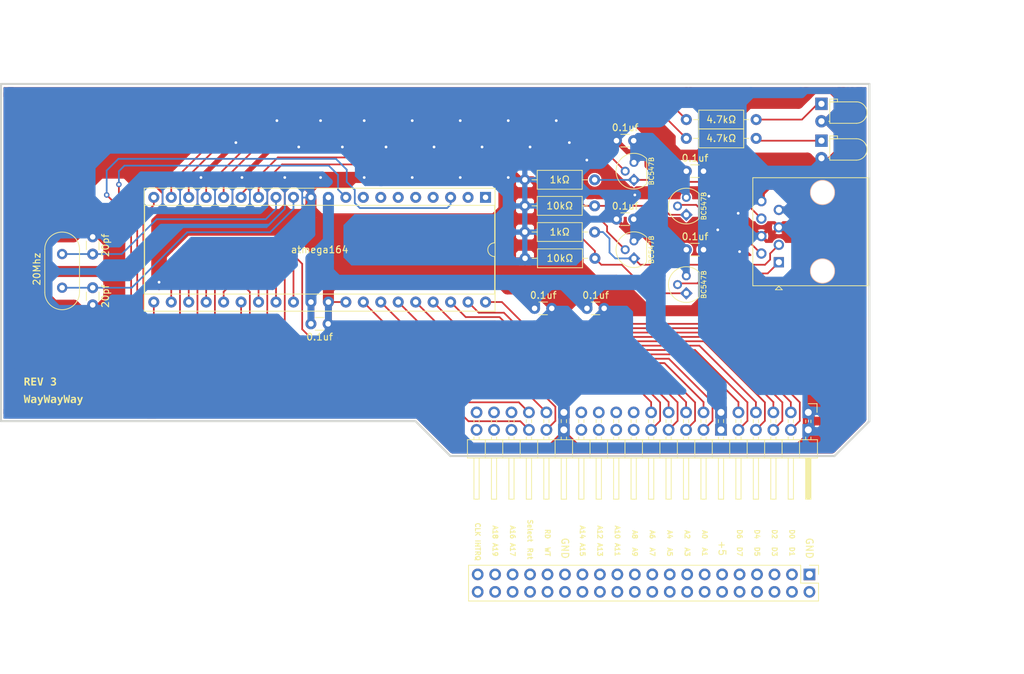
<source format=kicad_pcb>
(kicad_pcb (version 20221018) (generator pcbnew)
  (layers (0 "F.Cu" signal) (31 "B.Cu" signal) (34 "B.Paste" user) (35 "F.Paste" user) (36 "B.SilkS" user "B.Silkscreen") (37 "F.SilkS" user "F.Silkscreen") (38 "B.Mask" user) (39 "F.Mask" user) (44 "Edge.Cuts" user))
  (net 0 "")
  (net 1 "D0")
  (net 2 "D1")
  (net 3 "D2")
  (net 4 "D3")
  (net 5 "D4")
  (net 6 "D5")
  (net 7 "D6")
  (net 8 "D7")
  (net 9 "GND")
  (net 10 "TX0-PRE-AMP")
  (net 11 "RX0-PRE-AMP")
  (net 12 "+5")
  (net 13 "TX0-POST-AMP")
  (net 14 "RX0-POST-AMP")
  (net 15 "RX1-POST-AMP")
  (net 16 "RX1-PRE-AMP")
  (net 17 "TX1-POST-AMP")
  (net 18 "TX1-PRE-AMP")
  (footprint "Capacitor_THT:C_Disc_D3.0mm_W1.6mm_P2.50mm" (layer "F.Cu") (at 448.81546 274.66798)
    (fp_text reference "0.1uf")
    (fp_text value "C_Disc_D3.0mm_W1.6mm_P2.50mm")
  )
  (footprint "Capacitor_THT:C_Disc_D3.0mm_W1.6mm_P2.50mm" (layer "F.Cu") (at 438.65546 281.65298)
    (fp_text reference "0.1uf")
    (fp_text value "C_Disc_D3.0mm_W1.6mm_P2.50mm")
  )
  (footprint "Capacitor_THT:C_Disc_D3.0mm_W1.6mm_P2.50mm" (layer "F.Cu") (at 438.65546 270.22298)
    (fp_text reference "0.1uf")
    (fp_text value "C_Disc_D3.0mm_W1.6mm_P2.50mm")
  )
  (footprint "Resistor_THT:R_Axial_DIN0207_L6.3mm_D2.5mm_P10.16mm_Horizontal" (layer "F.Cu") (at 435.48046 275.9202 180)
    (fp_text reference "1kΩ")
    (fp_text value "R_Axial_DIN0207_L6.3mm_D2.5mm_P10.16mm_Horizontal")
  )
  (footprint "Package_TO_SOT_THT:TO-92" (layer "F.Cu") (at 441.19546 287.36798 90)
    (fp_text reference "BC547B")
    (fp_text value "TO-92")
  )
  (footprint "Package_TO_SOT_THT:TO-92" (layer "F.Cu") (at 448.81546 292.44798 90)
    (fp_text reference "BC547B")
    (fp_text value "TO-92")
  )
  (footprint "Package_TO_SOT_THT:TO-92" (layer "F.Cu") (at 448.81546 281.01798 90)
    (fp_text reference "BC547B")
    (fp_text value "TO-92")
  )
  (footprint "Package_TO_SOT_THT:TO-92" (layer "F.Cu") (at 441.19546 275.93798 90)
    (fp_text reference "BC547B")
    (fp_text value "TO-92")
  )
  (footprint "Connector_RJ:RJ45_OST_PJ012-8P8CX_Vertical" (layer "F.Cu") (at 462.27746 287.92678 90)
    (fp_text reference "RJ45")
    (fp_text value "RJ45_OST_PJ012-8P8CX_Vertical")
  )
  (footprint "Package_DIP:DIP-40_W15.24mm_Socket" (layer "F.Cu") (at 419.60546 278.47798 -90)
    (fp_text reference "atmega164")
    (fp_text value "DIP-40_W15.24mm_Socket")
  )
  (footprint "Connector_PinHeader_2.54mm:PinHeader_2x20_P2.54mm_Horizontal" (layer "F.Cu") (at 466.5599 309.78602 -90)
    (fp_text reference "20pin conn." hide)
    (fp_text value "PinHeader_2x20_P2.54mm_Horizontal")
  )
  (footprint "LED_THT:LED_D3.0mm_Horizontal_O1.27mm_Z6.0mm" (layer "F.Cu") (at 468.47506 267.40358 90)
    (fp_text reference "RX")
    (fp_text value "LED_D3.0mm_Horizontal_O1.27mm_Z6.0mm")
  )
  (footprint "Capacitor_THT:C_Disc_D3.0mm_W1.6mm_P2.50mm" (layer "F.Cu") (at 394.20546 296.89298)
    (fp_text reference "0.1uf")
    (fp_text value "C_Disc_D3.0mm_W1.6mm_P2.50mm")
  )
  (footprint "Capacitor_THT:C_Disc_D3.0mm_W1.6mm_P2.50mm" (layer "F.Cu") (at 448.81546 286.09798)
    (fp_text reference "0.1uf")
    (fp_text value "C_Disc_D3.0mm_W1.6mm_P2.50mm")
  )
  (footprint "Capacitor_THT:C_Disc_D3.0mm_W1.6mm_P2.50mm" (layer "F.Cu") (at 362.45546 294.13518 90)
    (fp_text reference "20pf")
    (fp_text value "C_Disc_D3.0mm_W1.6mm_P2.50mm")
  )
  (footprint "Crystal:Crystal_HC18-U_Vertical" (layer "F.Cu") (at 358.01046 286.73298 -90)
    (fp_text reference " " hide)
    (fp_text value "Crystal_HC18-U_Vertical")
  )
  (footprint "Capacitor_THT:C_Disc_D3.0mm_W1.6mm_P2.50mm" (layer "F.Cu") (at 362.45546 286.73298 90)
    (fp_text reference "20pf")
    (fp_text value "C_Disc_D3.0mm_W1.6mm_P2.50mm")
  )
  (footprint "Resistor_THT:R_Axial_DIN0207_L6.3mm_D2.5mm_P10.16mm_Horizontal" (layer "F.Cu") (at 458.97546 269.89278 180)
    (fp_text reference "4.7kΩ")
    (fp_text value "R_Axial_DIN0207_L6.3mm_D2.5mm_P10.16mm_Horizontal")
  )
  (footprint "Resistor_THT:R_Axial_DIN0207_L6.3mm_D2.5mm_P10.16mm_Horizontal" (layer "F.Cu") (at 458.97546 267.1572 180)
    (fp_text reference "4.7kΩ")
    (fp_text value "R_Axial_DIN0207_L6.3mm_D2.5mm_P10.16mm_Horizontal")
  )
  (footprint "LED_THT:LED_D3.0mm_Horizontal_O1.27mm_Z6.0mm" (layer "F.Cu") (at 468.47506 272.7706 90)
    (fp_text reference "TX")
    (fp_text value "LED_D3.0mm_Horizontal_O1.27mm_Z6.0mm")
  )
  (footprint "Resistor_THT:R_Axial_DIN0207_L6.3mm_D2.5mm_P10.16mm_Horizontal" (layer "F.Cu") (at 435.48046 279.7175 180)
    (fp_text reference "10kΩ")
    (fp_text value "R_Axial_DIN0207_L6.3mm_D2.5mm_P10.16mm_Horizontal")
  )
  (footprint "Resistor_THT:R_Axial_DIN0207_L6.3mm_D2.5mm_P10.16mm_Horizontal" (layer "F.Cu") (at 435.515 287.3502 180)
    (fp_text reference "10kΩ")
    (fp_text value "R_Axial_DIN0207_L6.3mm_D2.5mm_P10.16mm_Horizontal")
  )
  (footprint "Capacitor_THT:C_Disc_D3.0mm_W1.6mm_P2.50mm" (layer "F.Cu") (at 426.74 294.64)
    (fp_text reference "0.1uf")
    (fp_text value "C_Disc_D3.0mm_W1.6mm_P2.50mm")
  )
  (footprint "Capacitor_THT:C_Disc_D3.0mm_W1.6mm_P2.50mm" (layer "F.Cu") (at 434.36 294.64)
    (fp_text reference "0.1uf")
    (fp_text value "C_Disc_D3.0mm_W1.6mm_P2.50mm")
  )
  (footprint "Resistor_THT:R_Axial_DIN0207_L6.3mm_D2.5mm_P10.16mm_Horizontal" (layer "F.Cu") (at 435.483 283.5275 180)
    (fp_text reference "1kΩ")
    (fp_text value "R_Axial_DIN0207_L6.3mm_D2.5mm_P10.16mm_Horizontal")
  )
  (footprint "Connector_PinHeader_2.54mm:PinHeader_2x20_P2.54mm_Vertical" (layer "F.Cu") (at 466.725 333.375 -90)
    (fp_text reference " ")
    (fp_text value "PinHeader_2x20_P2.54mm_Vertical")
  )
  (gr_line (start 349.12046 261.96798) (end 475.4499 261.96798) (stroke (width 0.3)) (layer "Edge.Cuts"))
  (gr_line (start 414.4899 316.13602) (end 470.3699 316.13602) (stroke (width 0.3)) (layer "Edge.Cuts"))
  (gr_line (start 409.4099 311.05602) (end 349.12046 311.05602) (stroke (width 0.3)) (layer "Edge.Cuts"))
  (gr_line (start 349.12046 311.05602) (end 349.12046 261.96798) (stroke (width 0.3)) (layer "Edge.Cuts"))
  (gr_line (start 414.4899 316.13602) (end 409.4099 311.05602) (stroke (width 0.3)) (layer "Edge.Cuts"))
  (gr_line (start 470.3699 316.13602) (end 475.4499 311.05602) (stroke (width 0.3)) (layer "Edge.Cuts"))
  (gr_line (start 475.4499 311.05602) (end 475.4499 261.96798) (stroke (width 0.3)) (layer "Edge.Cuts"))
  (gr_text "20Mhz" (at 354.33 288.925 90) (layer "F.SilkS") (effects (font (size 1 1))))
  (gr_text "A13" (at 436.245 330.835 270) (layer "F.SilkS") (effects (font (size 0.7 0.7)) (justify right)))
  (gr_text "Select" (at 426.085 328.7268 270) (layer "F.SilkS") (effects (font (size 0.7 0.7)) (justify right)))
  (gr_text "D0" (at 464.185 328.295 270) (layer "F.SilkS") (effects (font (size 0.7 0.7)) (justify right)))
  (gr_text "A4" (at 446.405 328.295 270) (layer "F.SilkS") (effects (font (size 0.7 0.7)) (justify right)))
  (gr_text "INTRQ" (at 418.465 331.47 270) (layer "F.SilkS") (effects (font (size 0.7 0.7)) (justify right)))
  (gr_text "+5" (at 454.025 329.565 270) (layer "F.SilkS") (effects (font (size 1 1))))
  (gr_text "REV 3" (at 352.425 306.07) (layer "F.SilkS") (effects (font (size 1.143 1.143) (thickness 0.2) bold) (justify left bottom)))
  (gr_text "A16" (at 423.545 328.295 270) (layer "F.SilkS") (effects (font (size 0.7 0.7)) (justify right)))
  (gr_text "A5" (at 446.405 330.835 270) (layer "F.SilkS") (effects (font (size 0.7 0.7)) (justify right)))
  (gr_text "D5" (at 459.105 330.835 270) (layer "F.SilkS") (effects (font (size 0.7 0.7)) (justify right)))
  (gr_text "A1" (at 451.485 330.835 270) (layer "F.SilkS") (effects (font (size 0.7 0.7)) (justify right)))
  (gr_text "D2" (at 461.645 328.295 270) (layer "F.SilkS") (effects (font (size 0.7 0.7)) (justify right)))
  (gr_text "A19" (at 421.005 330.835 270) (layer "F.SilkS") (effects (font (size 0.7 0.7)) (justify right)))
  (gr_text "WayWayWay" (at 352.425 308.61) (layer "F.SilkS") (effects (font (size 1.143 1.143) (thickness 0.2) bold) (justify left bottom)))
  (gr_text "Rst" (at 426.085 331.2668 270) (layer "F.SilkS") (effects (font (size 0.7 0.7)) (justify right)))
  (gr_text "A8" (at 441.325 328.295 270) (layer "F.SilkS") (effects (font (size 0.7 0.7)) (justify right)))
  (gr_text "D7" (at 456.565 330.835 270) (layer "F.SilkS") (effects (font (size 0.7 0.7)) (justify right)))
  (gr_text "A7" (at 443.865 330.835 270) (layer "F.SilkS") (effects (font (size 0.7 0.7)) (justify right)))
  (gr_text "D3" (at 461.645 330.835 270) (layer "F.SilkS") (effects (font (size 0.7 0.7)) (justify right)))
  (gr_text "A17" (at 423.545 330.835 270) (layer "F.SilkS") (effects (font (size 0.7 0.7)) (justify right)))
  (gr_text "D6" (at 456.565 328.295 270) (layer "F.SilkS") (effects (font (size 0.7 0.7)) (justify right)))
  (gr_text "CLK" (at 418.465 327.914 270) (layer "F.SilkS") (effects (font (size 0.7 0.7)) (justify right)))
  (gr_text "A11" (at 438.785 330.835 270) (layer "F.SilkS") (effects (font (size 0.7 0.7)) (justify right)))
  (gr_text "D4" (at 459.105 328.295 270) (layer "F.SilkS") (effects (font (size 0.7 0.7)) (justify right)))
  (gr_text "A9" (at 441.325 330.835 270) (layer "F.SilkS") (effects (font (size 0.7 0.7)) (justify right)))
  (gr_text "RD" (at 428.625 328.295 270) (layer "F.SilkS") (effects (font (size 0.7 0.7)) (justify right)))
  (gr_text "D1" (at 464.185 330.835 270) (layer "F.SilkS") (effects (font (size 0.7 0.7)) (justify right)))
  (gr_text "GND" (at 466.725 329.565 270) (layer "F.SilkS") (effects (font (size 1 1))))
  (gr_text "A2" (at 448.945 328.295 270) (layer "F.SilkS") (effects (font (size 0.7 0.7)) (justify right)))
  (gr_text "GND" (at 431.165 329.565 270) (layer "F.SilkS") (effects (font (size 1 1))))
  (gr_text "A15" (at 433.705 330.835 270) (layer "F.SilkS") (effects (font (size 0.7 0.7)) (justify right)))
  (gr_text "A0" (at 451.485 328.295 270) (layer "F.SilkS") (effects (font (size 0.7 0.7)) (justify right)))
  (gr_text "A10" (at 438.785 328.295 270) (layer "F.SilkS") (effects (font (size 0.7 0.7)) (justify right)))
  (gr_text "A18" (at 421.005 328.295 270) (layer "F.SilkS") (effects (font (size 0.7 0.7)) (justify right)))
  (gr_text "A6" (at 443.865 328.295 270) (layer "F.SilkS") (effects (font (size 0.7 0.7)) (justify right)))
  (gr_text "WT" (at 428.625 330.835 270) (layer "F.SilkS") (effects (font (size 0.7 0.7)) (justify right)))
  (gr_text "A14" (at 433.705 328.295 270) (layer "F.SilkS") (effects (font (size 0.7 0.7)) (justify right)))
  (gr_text "A3" (at 448.945 330.835 270) (layer "F.SilkS") (effects (font (size 0.7 0.7)) (justify right)))
  (gr_text "A12" (at 436.245 328.295 270) (layer "F.SilkS") (effects (font (size 0.7 0.7)) (justify right)))
  (segment (start 413.131 308.991) (end 415.036 308.991) (width 0.25) (layer "F.Cu") (net 0))
  (segment (start 377.69546 290.32454) (end 377.69546 299.51172) (width 0.25) (layer "F.Cu") (net 0))
  (segment (start 450.08546 311.02046) (end 448.7799 312.32602) (width 0.25) (layer "F.Cu") (net 0))
  (segment (start 391.66546 288.79546) (end 391.66546 293.71798) (width 0.25) (layer "F.Cu") (net 0))
  (segment (start 381.508 290.322) (end 385.572 290.322) (width 0.25) (layer "F.Cu") (net 0))
  (segment (start 415.00298 307.05298) (end 412.75 304.8) (width 0.25) (layer "F.Cu") (net 0))
  (segment (start 445.00546 311.02046) (end 443.6999 312.32602) (width 0.25) (layer "F.Cu") (net 0))
  (segment (start 458.97546 267.1572) (end 465.6328 267.1572) (width 0.25) (layer "F.Cu") (net 0))
  (segment (start 416.27298 305.78298) (end 442.46546 305.78298) (width 0.25) (layer "F.Cu") (net 0))
  (segment (start 386.58546 291.33546) (end 386.58546 293.71798) (width 0.25) (layer "F.Cu") (net 0))
  (segment (start 424.45686 308.32298) (end 425.9199 309.78602) (width 0.25) (layer "F.Cu") (net 0))
  (segment (start 389.12546 293.71798) (end 389.12546 290.06546) (width 0.25) (layer "F.Cu") (net 0))
  (segment (start 385.572 290.322) (end 386.58546 291.33546) (width 0.25) (layer "F.Cu") (net 0))
  (segment (start 445.00546 308.32298) (end 445.00546 311.02046) (width 0.25) (layer "F.Cu") (net 0))
  (segment (start 447.54546 308.32298) (end 443.73546 304.51298) (width 0.25) (layer "F.Cu") (net 0))
  (segment (start 390.39546 289.27171) (end 388.39775 287.274) (width 0.25) (layer "F.Cu") (net 0))
  (segment (start 441.83046 306.41798) (end 415.63798 306.41798) (width 0.25) (layer "F.Cu") (net 0))
  (segment (start 384.04546 300.22546) (end 384.04546 293.71798) (width 0.25) (layer "F.Cu") (net 0))
  (segment (start 374.65 306.705) (end 410.845 306.705) (width 0.25) (layer "F.Cu") (net 0))
  (segment (start 375.15546 289.05454) (end 377.952 286.258) (width 0.25) (layer "F.Cu") (net 0))
  (segment (start 443.73546 304.51298) (end 417.54298 304.51298) (width 0.25) (layer "F.Cu") (net 0))
  (segment (start 452.62546 311.02046) (end 452.62546 308.32298) (width 0.25) (layer "F.Cu") (net 0))
  (segment (start 379.73 304.165) (end 375.15546 299.59046) (width 0.25) (layer "F.Cu") (net 0))
  (segment (start 376.42546 289.68954) (end 376.42546 293.71798) (width 0.25) (layer "F.Cu") (net 0))
  (segment (start 364.49 278.13) (end 368.046 281.686) (width 0.25) (layer "F.Cu") (net 0))
  (segment (start 417.54298 304.51298) (end 415.29 302.26) (width 0.25) (layer "F.Cu") (net 0))
  (segment (start 376.42546 278.47798) (end 376.42546 275.33854) (width 0.25) (layer "F.Cu") (net 0))
  (segment (start 369.824 281.116) (end 371.34546 279.59454) (width 0.25) (layer "F.Cu") (net 0))
  (segment (start 380.619 289.306) (end 386.461 289.306) (width 0.25) (layer "F.Cu") (net 0))
  (segment (start 382.27 291.465) (end 381.50546 292.22954) (width 0.25) (layer "F.Cu") (net 0))
  (segment (start 380.23546 291.59454) (end 381.508 290.322) (width 0.25) (layer "F.Cu") (net 0))
  (segment (start 417.195 300.355) (end 393.065 300.355) (width 0.25) (layer "F.Cu") (net 0))
  (segment (start 383.69748 302.895) (end 380.23546 299.43298) (width 0.25) (layer "F.Cu") (net 0))
  (segment (start 390.04748 300.99) (end 416.56 300.99) (width 0.25) (layer "F.Cu") (net 0))
  (segment (start 390.017 285.242) (end 377.063 285.242) (width 0.25) (layer "F.Cu") (net 0))
  (segment (start 446.27546 301.97298) (end 420.08298 301.97298) (width 0.25) (layer "F.Cu") (net 0))
  (segment (start 388.39775 287.274) (end 378.841 287.274) (width 0.25) (layer "F.Cu") (net 0))
  (segment (start 373.88546 288.41954) (end 373.88546 293.71798) (width 0.25) (layer "F.Cu") (net 0))
  (segment (start 385.31546 298.79798) (end 385.31546 292.24859) (width 0.25) (layer "F.Cu") (net 0))
  (segment (start 416.56 300.99) (end 418.81298 303.24298) (width 0.25) (layer "F.Cu") (net 0))
  (segment (start 420.08298 301.97298) (end 417.83 299.72) (width 0.25) (layer "F.Cu") (net 0))
  (segment (start 392.93546 288.16046) (end 390.017 285.242) (width 0.25) (layer "F.Cu") (net 0))
  (segment (start 427.86046 307.05298) (end 415.00298 307.05298) (width 0.25) (layer "F.Cu") (net 0))
  (segment (start 429.76546 308.95798) (end 427.86046 307.05298) (width 0.25) (layer "F.Cu") (net 0))
  (segment (start 378.841 287.274) (end 376.42546 289.68954) (width 0.25) (layer "F.Cu") (net 0))
  (segment (start 387.85546 290.70046) (end 387.85546 298.79798) (width 0.25) (layer "F.Cu") (net 0))
  (segment (start 378.46 304.8) (end 371.34546 297.68546) (width 0.25) (layer "F.Cu") (net 0))
  (segment (start 414.36798 307.68798) (end 412.115 305.435) (width 0.25) (layer "F.Cu") (net 0))
  (segment (start 387.35 288.29) (end 379.73 288.29) (width 0.25) (layer "F.Cu") (net 0))
  (segment (start 451.3199 309.78602) (end 451.3199 308.28742) (width 0.25) (layer "F.Cu") (net 0))
  (segment (start 377.952 286.258) (end 389.128 286.258) (width 0.25) (layer "F.Cu") (net 0))
  (segment (start 468.47506 270.2306) (end 459.33106 270.2306) (width 0.25) (layer "F.Cu") (net 0))
  (segment (start 415.63798 306.41798) (end 413.385 304.165) (width 0.25) (layer "F.Cu") (net 0))
  (segment (start 411.48 306.07) (end 413.73298 308.32298) (width 0.25) (layer "F.Cu") (net 0))
  (segment (start 373.88546 276.35454) (end 384.81 265.43) (width 0.25) (layer "F.Cu") (net 0))
  (segment (start 414.655 302.895) (end 383.69748 302.895) (width 0.25) (layer "F.Cu") (net 0))
  (segment (start 413.385 304.165) (end 379.73 304.165) (width 0.25) (layer "F.Cu") (net 0))
  (segment (start 387.85546 298.79798) (end 390.04748 300.99) (width 0.25) (layer "F.Cu") (net 0))
  (segment (start 412.115 305.435) (end 377.19 305.435) (width 0.25) (layer "F.Cu") (net 0))
  (segment (start 465.6328 267.1572) (end 467.92642 264.86358) (width 0.25) (layer "F.Cu") (net 0))
  (segment (start 446.2399 308.28742) (end 443.10046 305.14798) (width 0.25) (layer "F.Cu") (net 0))
  (segment (start 389.128 286.258) (end 391.66546 288.79546) (width 0.25) (layer "F.Cu") (net 0))
  (segment (start 376.42546 275.33854) (end 385.572 266.192) (width 0.25) (layer "F.Cu") (net 0))
  (segment (start 386.461 289.306) (end 387.85546 290.70046) (width 0.25) (layer "F.Cu") (net 0))
  (segment (start 379.73 288.29) (end 377.69546 290.32454) (width 0.25) (layer "F.Cu") (net 0))
  (segment (start 419.44798 302.60798) (end 417.195 300.355) (width 0.25) (layer "F.Cu") (net 0))
  (segment (start 428.4599 309.78602) (end 426.36186 307.68798) (width 0.25) (layer "F.Cu") (net 0))
  (segment (start 416.90798 305.14798) (end 414.655 302.895) (width 0.25) (layer "F.Cu") (net 0))
  (segment (start 384.53187 291.465) (end 382.27 291.465) (width 0.25) (layer "F.Cu") (net 0))
  (segment (start 446.2399 312.32602) (end 447.54546 311.02046) (width 0.25) (layer "F.Cu") (net 0))
  (segment (start 384.81 265.43) (end 447.08826 265.43) (width 0.25) (layer "F.Cu") (net 0))
  (segment (start 394.97 299.72) (end 392.93546 297.68546) (width 0.25) (layer "F.Cu") (net 0))
  (segment (start 443.10046 305.14798) (end 416.90798 305.14798) (width 0.25) (layer "F.Cu") (net 0))
  (segment (start 368.935 299.085) (end 375.92 306.07) (width 0.25) (layer "F.Cu") (net 0))
  (segment (start 371.34546 297.68546) (end 371.34546 293.71798) (width 0.25) (layer "F.Cu") (net 0))
  (segment (start 429.76546 311.02046) (end 429.76546 308.95798) (width 0.25) (layer "F.Cu") (net 0))
  (segment (start 447.08826 265.43) (end 448.81546 267.1572) (width 0.25) (layer "F.Cu") (net 0))
  (segment (start 377.69546 299.51172) (end 381.71374 303.53) (width 0.25) (layer "F.Cu") (net 0))
  (segment (start 447.54546 311.02046) (end 447.54546 308.32298) (width 0.25) (layer "F.Cu") (net 0))
  (segment (start 389.12546 290.06546) (end 387.35 288.29) (width 0.25) (layer "F.Cu") (net 0))
  (segment (start 386.08 302.26) (end 384.04546 300.22546) (width 0.25) (layer "F.Cu") (net 0))
  (segment (start 428.4599 312.32602) (end 429.76546 311.02046) (width 0.25) (layer "F.Cu") (net 0))
  (segment (start 380.23546 299.43298) (end 380.23546 291.59454) (width 0.25) (layer "F.Cu") (net 0))
  (segment (start 452.62546 308.32298) (end 446.27546 301.97298) (width 0.25) (layer "F.Cu") (net 0))
  (segment (start 378.96546 293.71798) (end 378.96546 290.95954) (width 0.25) (layer "F.Cu") (net 0))
  (segment (start 385.31546 292.24859) (end 384.53187 291.465) (width 0.25) (layer "F.Cu") (net 0))
  (segment (start 393.065 300.355) (end 390.39546 297.68546) (width 0.25) (layer "F.Cu") (net 0))
  (segment (start 459.33106 270.2306) (end 458.97546 269.875) (width 0.25) (layer "F.Cu") (net 0))
  (segment (start 375.92 306.07) (end 411.48 306.07) (width 0.25) (layer "F.Cu") (net 0))
  (segment (start 448.7799 308.28742) (end 444.37046 303.87798) (width 0.25) (layer "F.Cu") (net 0))
  (segment (start 388.14248 301.625) (end 385.31546 298.79798) (width 0.25) (layer "F.Cu") (net 0))
  (segment (start 368.935 281.14752) (end 368.935 299.085) (width 0.25) (layer "F.Cu") (net 0))
  (segment (start 446.2399 309.78602) (end 446.2399 308.28742) (width 0.25) (layer "F.Cu") (net 0))
  (segment (start 378.96546 290.95954) (end 380.619 289.306) (width 0.25) (layer "F.Cu") (net 0))
  (segment (start 377.063 285.242) (end 373.88546 288.41954) (width 0.25) (layer "F.Cu") (net 0))
  (segment (start 373.88546 278.47798) (end 373.88546 276.35454) (width 0.25) (layer "F.Cu") (net 0))
  (segment (start 381.50546 292.22954) (end 381.50546 293.71798) (width 0.25) (layer "F.Cu") (net 0))
  (segment (start 369.824 298.069) (end 369.824 281.116) (width 0.25) (layer "F.Cu") (net 0))
  (segment (start 413.73298 308.32298) (end 424.45686 308.32298) (width 0.25) (layer "F.Cu") (net 0))
  (segment (start 442.46546 305.78298) (end 445.00546 308.32298) (width 0.25) (layer "F.Cu") (net 0))
  (segment (start 377.19 305.435) (end 369.824 298.069) (width 0.25) (layer "F.Cu") (net 0))
  (segment (start 410.845 306.705) (end 413.131 308.991) (width 0.25) (layer "F.Cu") (net 0))
  (segment (start 414.02 303.53) (end 416.27298 305.78298) (width 0.25) (layer "F.Cu") (net 0))
  (segment (start 445.11468 266.192) (end 448.81546 269.89278) (width 0.25) (layer "F.Cu") (net 0))
  (segment (start 392.93546 297.68546) (end 392.93546 288.16046) (width 0.25) (layer "F.Cu") (net 0))
  (segment (start 415.925 301.625) (end 388.14248 301.625) (width 0.25) (layer "F.Cu") (net 0))
  (segment (start 426.36186 307.68798) (end 414.36798 307.68798) (width 0.25) (layer "F.Cu") (net 0))
  (segment (start 368.046 300.101) (end 374.65 306.705) (width 0.25) (layer "F.Cu") (net 0))
  (segment (start 415.29 302.26) (end 386.08 302.26) (width 0.25) (layer "F.Cu") (net 0))
  (segment (start 451.3199 312.32602) (end 452.62546 311.02046) (width 0.25) (layer "F.Cu") (net 0))
  (segment (start 366.268 278.48052) (end 368.935 281.14752) (width 0.25) (layer "F.Cu") (net 0))
  (segment (start 385.572 266.192) (end 445.11468 266.192) (width 0.25) (layer "F.Cu") (net 0))
  (segment (start 418.81298 303.24298) (end 445.00546 303.24298) (width 0.25) (layer "F.Cu") (net 0))
  (segment (start 443.6999 309.78602) (end 443.6999 308.28742) (width 0.25) (layer "F.Cu") (net 0))
  (segment (start 450.08546 308.32298) (end 450.08546 311.02046) (width 0.25) (layer "F.Cu") (net 0))
  (segment (start 415.036 308.991) (end 417.1188 311.0738) (width 0.25) (layer "F.Cu") (net 0))
  (segment (start 412.75 304.8) (end 378.46 304.8) (width 0.25) (layer "F.Cu") (net 0))
  (segment (start 424.66768 311.0738) (end 425.9199 312.32602) (width 0.25) (layer "F.Cu") (net 0))
  (segment (start 381.71374 303.53) (end 414.02 303.53) (width 0.25) (layer "F.Cu") (net 0))
  (segment (start 417.1188 311.0738) (end 424.66768 311.0738) (width 0.25) (layer "F.Cu") (net 0))
  (segment (start 368.046 281.686) (end 368.046 300.101) (width 0.25) (layer "F.Cu") (net 0))
  (segment (start 390.39546 297.68546) (end 390.39546 289.27171) (width 0.25) (layer "F.Cu") (net 0))
  (segment (start 448.7799 309.78602) (end 448.7799 308.28742) (width 0.25) (layer "F.Cu") (net 0))
  (segment (start 444.37046 303.87798) (end 418.17798 303.87798) (width 0.25) (layer "F.Cu") (net 0))
  (segment (start 375.15546 299.59046) (end 375.15546 289.05454) (width 0.25) (layer "F.Cu") (net 0))
  (segment (start 451.3199 308.28742) (end 445.64046 302.60798) (width 0.25) (layer "F.Cu") (net 0))
  (segment (start 418.17798 303.87798) (end 415.925 301.625) (width 0.25) (layer "F.Cu") (net 0))
  (segment (start 467.92642 264.86358) (end 468.47506 264.86358) (width 0.25) (layer "F.Cu") (net 0))
  (segment (start 371.34546 279.59454) (end 371.34546 278.47798) (width 0.25) (layer "F.Cu") (net 0))
  (segment (start 445.64046 302.60798) (end 419.44798 302.60798) (width 0.25) (layer "F.Cu") (net 0))
  (segment (start 366.268 276.606) (end 366.268 278.48052) (width 0.25) (layer "F.Cu") (net 0))
  (segment (start 443.6999 308.28742) (end 441.83046 306.41798) (width 0.25) (layer "F.Cu") (net 0))
  (segment (start 445.00546 303.24298) (end 450.08546 308.32298) (width 0.25) (layer "F.Cu") (net 0))
  (segment (start 417.83 299.72) (end 394.97 299.72) (width 0.25) (layer "F.Cu") (net 0))
  (via (at 366.268 276.606) (size 0.8) (drill 0.4) (layers "F.Cu" "B.Cu") (net 0))
  (via (at 364.49 278.13) (size 0.8) (drill 0.4) (layers "F.Cu" "B.Cu") (net 0))
  (segment (start 358.01046 286.73298) (end 362.45546 286.73298) (width 0.25) (layer "B.Cu") (net 0))
  (segment (start 362.45546 291.63518) (end 358.01266 291.63518) (width 0.25) (layer "B.Cu") (net 0))
  (segment (start 358.01266 291.63518) (end 358.01046 291.63298) (width 0.25) (layer "B.Cu") (net 0))
  (segment (start 391.66546 278.47798) (end 391.66546 280.16454) (width 0.25) (layer "B.Cu") (net 0))
  (segment (start 362.45546 286.73298) (end 366.68202 286.73298) (width 0.25) (layer "B.Cu") (net 0))
  (segment (start 367.07064 273.8628) (end 396.7988 273.8628) (width 0.25) (layer "B.Cu") (net 0))
  (segment (start 364.49 274.574) (end 366.1918 272.8722) (width 0.25) (layer "B.Cu") (net 0))
  (segment (start 400.5834 277.3934) (end 400.5834 279.2984) (width 0.25) (layer "B.Cu") (net 0))
  (segment (start 368.12982 291.63518) (end 362.45546 291.63518) (width 0.25) (layer "B.Cu") (net 0))
  (segment (start 400.5834 279.2984) (end 401.32 280.035) (width 0.25) (layer "B.Cu") (net 0))
  (segment (start 366.1918 272.8722) (end 397.8402 272.8722) (width 0.25) (layer "B.Cu") (net 0))
  (segment (start 366.268 276.606) (end 366.268 274.66544) (width 0.25) (layer "B.Cu") (net 0))
  (segment (start 366.68202 286.73298) (end 371.76202 281.65298) (width 0.25) (layer "B.Cu") (net 0))
  (segment (start 414.02 280.035) (end 414.52546 279.52954) (width 0.25) (layer "B.Cu") (net 0))
  (segment (start 388.27202 283.55798) (end 376.20702 283.55798) (width 0.25) (layer "B.Cu") (net 0))
  (segment (start 376.20702 283.55798) (end 368.12982 291.63518) (width 0.25) (layer "B.Cu") (net 0))
  (segment (start 398.145 277.33752) (end 399.28546 278.47798) (width 0.25) (layer "B.Cu") (net 0))
  (segment (start 366.268 274.66544) (end 367.07064 273.8628) (width 0.25) (layer "B.Cu") (net 0))
  (segment (start 396.7988 273.8628) (end 398.145 275.209) (width 0.25) (layer "B.Cu") (net 0))
  (segment (start 458.97546 269.875) (end 458.97546 270.22298) (width 0.25) (layer "B.Cu") (net 0))
  (segment (start 397.8402 272.8722) (end 399.415 274.447) (width 0.25) (layer "B.Cu") (net 0))
  (segment (start 391.66546 280.16454) (end 388.27202 283.55798) (width 0.25) (layer "B.Cu") (net 0))
  (segment (start 364.49 278.13) (end 364.49 274.574) (width 0.25) (layer "B.Cu") (net 0))
  (segment (start 389.12546 280.16454) (end 389.12546 278.47798) (width 0.25) (layer "B.Cu") (net 0))
  (segment (start 398.145 275.209) (end 398.145 277.33752) (width 0.25) (layer "B.Cu") (net 0))
  (segment (start 468.47506 264.86358) (end 468.50046 264.83818) (width 0.25) (layer "B.Cu") (net 0))
  (segment (start 414.52546 279.52954) (end 414.52546 278.47798) (width 0.25) (layer "B.Cu") (net 0))
  (segment (start 371.76202 281.65298) (end 387.63702 281.65298) (width 0.25) (layer "B.Cu") (net 0))
  (segment (start 401.32 280.035) (end 414.02 280.035) (width 0.25) (layer "B.Cu") (net 0))
  (segment (start 399.415 276.225) (end 400.5834 277.3934) (width 0.25) (layer "B.Cu") (net 0))
  (segment (start 399.415 274.447) (end 399.415 276.225) (width 0.25) (layer "B.Cu") (net 0))
  (segment (start 387.63702 281.65298) (end 389.12546 280.16454) (width 0.25) (layer "B.Cu") (net 0))
  (segment (start 421.98798 293.71798) (end 419.60546 293.71798) (width 0.25) (layer "F.Cu") (net 1))
  (segment (start 465.32546 308.32298) (end 453.89546 296.89298) (width 0.25) (layer "F.Cu") (net 1))
  (segment (start 465.32546 311.02046) (end 465.32546 308.32298) (width 0.25) (layer "F.Cu") (net 1))
  (segment (start 453.89546 296.89298) (end 425.16298 296.89298) (width 0.25) (layer "F.Cu") (net 1))
  (segment (start 464.0199 312.32602) (end 465.32546 311.02046) (width 0.25) (layer "F.Cu") (net 1))
  (segment (start 425.16298 296.89298) (end 421.98798 293.71798) (width 0.25) (layer "F.Cu") (net 1))
  (segment (start 453.26046 297.52798) (end 424.52798 297.52798) (width 0.25) (layer "F.Cu") (net 2))
  (segment (start 464.0199 308.28742) (end 453.26046 297.52798) (width 0.25) (layer "F.Cu") (net 2))
  (segment (start 424.52798 297.52798) (end 422.275 295.275) (width 0.25) (layer "F.Cu") (net 2))
  (segment (start 464.0199 309.78602) (end 464.0199 308.28742) (width 0.25) (layer "F.Cu") (net 2))
  (segment (start 418.62248 295.275) (end 417.06546 293.71798) (width 0.25) (layer "F.Cu") (net 2))
  (segment (start 422.275 295.275) (end 418.62248 295.275) (width 0.25) (layer "F.Cu") (net 2))
  (segment (start 461.4799 312.32602) (end 462.78546 311.02046) (width 0.25) (layer "F.Cu") (net 3))
  (segment (start 461.76184 307.29936) (end 452.62546 298.16298) (width 0.25) (layer "F.Cu") (net 3))
  (segment (start 421.64 295.91) (end 416.71748 295.91) (width 0.25) (layer "F.Cu") (net 3))
  (segment (start 452.62546 298.16298) (end 423.89298 298.16298) (width 0.25) (layer "F.Cu") (net 3))
  (segment (start 416.71748 295.91) (end 414.52546 293.71798) (width 0.25) (layer "F.Cu") (net 3))
  (segment (start 462.78546 308.32298) (end 461.76184 307.29936) (width 0.25) (layer "F.Cu") (net 3))
  (segment (start 462.78546 311.02046) (end 462.78546 308.32298) (width 0.25) (layer "F.Cu") (net 3))
  (segment (start 423.89298 298.16298) (end 421.64 295.91) (width 0.25) (layer "F.Cu") (net 3))
  (segment (start 414.81248 296.545) (end 411.98546 293.71798) (width 0.25) (layer "F.Cu") (net 4))
  (segment (start 451.99046 298.79798) (end 423.25798 298.79798) (width 0.25) (layer "F.Cu") (net 4))
  (segment (start 423.25798 298.79798) (end 421.005 296.545) (width 0.25) (layer "F.Cu") (net 4))
  (segment (start 461.4799 309.78602) (end 461.4799 308.28742) (width 0.25) (layer "F.Cu") (net 4))
  (segment (start 421.005 296.545) (end 414.81248 296.545) (width 0.25) (layer "F.Cu") (net 4))
  (segment (start 461.4799 308.28742) (end 451.99046 298.79798) (width 0.25) (layer "F.Cu") (net 4))
  (segment (start 451.35546 299.43298) (end 422.62298 299.43298) (width 0.25) (layer "F.Cu") (net 5))
  (segment (start 460.24546 311.02046) (end 460.24546 308.32298) (width 0.25) (layer "F.Cu") (net 5))
  (segment (start 412.90748 297.18) (end 409.44546 293.71798) (width 0.25) (layer "F.Cu") (net 5))
  (segment (start 460.24546 308.32298) (end 451.35546 299.43298) (width 0.25) (layer "F.Cu") (net 5))
  (segment (start 458.9399 312.32602) (end 460.24546 311.02046) (width 0.25) (layer "F.Cu") (net 5))
  (segment (start 420.37 297.18) (end 412.90748 297.18) (width 0.25) (layer "F.Cu") (net 5))
  (segment (start 422.62298 299.43298) (end 420.37 297.18) (width 0.25) (layer "F.Cu") (net 5))
  (segment (start 450.72046 300.06798) (end 421.98798 300.06798) (width 0.25) (layer "F.Cu") (net 6))
  (segment (start 411.00248 297.815) (end 406.90546 293.71798) (width 0.25) (layer "F.Cu") (net 6))
  (segment (start 421.98798 300.06798) (end 419.735 297.815) (width 0.25) (layer "F.Cu") (net 6))
  (segment (start 419.735 297.815) (end 411.00248 297.815) (width 0.25) (layer "F.Cu") (net 6))
  (segment (start 458.9399 309.78602) (end 458.9399 308.28742) (width 0.25) (layer "F.Cu") (net 6))
  (segment (start 458.9399 308.28742) (end 450.72046 300.06798) (width 0.25) (layer "F.Cu") (net 6))
  (segment (start 419.1 298.45) (end 421.35298 300.70298) (width 0.25) (layer "F.Cu") (net 7))
  (segment (start 457.70546 308.32298) (end 457.70546 311.02046) (width 0.25) (layer "F.Cu") (net 7))
  (segment (start 404.36546 293.71798) (end 409.09748 298.45) (width 0.25) (layer "F.Cu") (net 7))
  (segment (start 450.08546 300.70298) (end 457.70546 308.32298) (width 0.25) (layer "F.Cu") (net 7))
  (segment (start 457.70546 311.02046) (end 456.3999 312.32602) (width 0.25) (layer "F.Cu") (net 7))
  (segment (start 421.35298 300.70298) (end 450.08546 300.70298) (width 0.25) (layer "F.Cu") (net 7))
  (segment (start 409.09748 298.45) (end 419.1 298.45) (width 0.25) (layer "F.Cu") (net 7))
  (segment (start 449.45046 301.33798) (end 420.71798 301.33798) (width 0.25) (layer "F.Cu") (net 8))
  (segment (start 420.71798 301.33798) (end 418.465 299.085) (width 0.25) (layer "F.Cu") (net 8))
  (segment (start 456.3999 309.78602) (end 456.3999 308.28742) (width 0.25) (layer "F.Cu") (net 8))
  (segment (start 407.19248 299.085) (end 401.82546 293.71798) (width 0.25) (layer "F.Cu") (net 8))
  (segment (start 418.465 299.085) (end 407.19248 299.085) (width 0.25) (layer "F.Cu") (net 8))
  (segment (start 456.3999 308.28742) (end 449.45046 301.33798) (width 0.25) (layer "F.Cu") (net 8))
  (segment (start 432.61849 314.98601) (end 465.00349 314.98601) (width 1.6) (layer "F.Cu") (net 9))
  (segment (start 370.38849 309.90601) (end 371.66743 309.90601) (width 1.6) (layer "F.Cu") (net 9))
  (segment (start 350.27047 309.90601) (end 350.27047 263.35797) (width 1.6) (layer "F.Cu") (net 9))
  (segment (start 416.75243 314.98601) (end 414.966248 314.98601) (width 1.6) (layer "F.Cu") (net 9))
  (segment (start 414.966248 314.98601) (end 409.886249 309.90601) (width 1.6) (layer "F.Cu") (net 9))
  (segment (start 409.886249 309.90601) (end 350.27047 309.90601) (width 1.6) (layer "F.Cu") (net 9))
  (segment (start 357.37546 264.50798) (end 382.14046 264.50798) (width 2.5) (layer "F.Cu") (net 9))
  (segment (start 355.78796 264.19048) (end 354.20046 265.77798) (width 2.5) (layer "F.Cu") (net 9))
  (segment (start 354.20046 265.77798) (end 354.20046 268.31798) (width 1.6) (layer "F.Cu") (net 9))
  (segment (start 466.5599 312.32602) (end 466.5599 313.4296) (width 1.6) (layer "F.Cu") (net 9))
  (segment (start 466.5599 312.32602) (end 466.5599 312.73242) (width 1.6) (layer "F.Cu") (net 9))
  (segment (start 355.19296 285.82048) (end 354.28046 286.73298) (width 1.6) (layer "F.Cu") (net 9))
  (segment (start 356.78046 284.23298) (end 355.19296 285.82048) (width 1.6) (layer "F.Cu") (net 9))
  (segment (start 356.78046 294.17518) (end 354.94436 292.33908) (width 1.6) (layer "F.Cu") (net 9))
  (segment (start 354.94436 292.33908) (end 354.20046 291.59518) (width 1.6) (layer "F.Cu") (net 9))
  (segment (start 355.19296 292.09048) (end 354.94436 292.33908) (width 1.6) (layer "F.Cu") (net 9))
  (segment (start 364.80496 290.54298) (end 364.80496 288.00298) (width 1.6) (layer "F.Cu") (net 9))
  (segment (start 363.3162 294.8713) (end 364.7948 293.3927) (width 1.6) (layer "F.Cu") (net 9))
  (segment (start 364.80496 292.65658) (end 364.80496 290.54298) (width 1.6) (layer "F.Cu") (net 9))
  (segment (start 364.80496 290.54298) (end 363.53496 289.27298) (width 1.6) (layer "F.Cu") (net 9))
  (segment (start 354.20046 289.27298) (end 363.09046 289.27298) (width 1.6) (layer "F.Cu") (net 9))
  (segment (start 363.53496 289.27298) (end 364.80496 288.00298) (width 1.6) (layer "F.Cu") (net 9))
  (segment (start 354.20046 286.73298) (end 354.20046 289.27298) (width 1.6) (layer "F.Cu") (net 9))
  (segment (start 356.91826 294.17518) (end 355.47046 294.17518) (width 1.6) (layer "F.Cu") (net 9))
  (segment (start 354.28046 286.73298) (end 354.20046 286.73298) (width 1.6) (layer "F.Cu") (net 9))
  (segment (start 432.61849 314.98601) (end 416.75243 314.98601) (width 1.6) (layer "F.Cu") (net 9))
  (segment (start 431.67046 314.03798) (end 432.61849 314.98601) (width 1.6) (layer "F.Cu") (net 9))
  (segment (start 430.9999 313.36742) (end 431.67046 314.03798) (width 1.6) (layer "F.Cu") (net 9))
  (segment (start 430.9999 313.36742) (end 429.38131 314.98601) (width 1.6) (layer "F.Cu") (net 9))
  (segment (start 430.9999 309.78602) (end 430.9999 313.36742) (width 1.6) (layer "F.Cu") (net 9))
  (segment (start 396.74546 293.71798) (end 399.28546 293.71798) (width 0.25) (layer "F.Cu") (net 9))
  (segment (start 471.67546 312.76798) (end 471.893521 312.986041) (width 1.6) (layer "F.Cu") (net 9))
  (segment (start 471.67546 263.23798) (end 471.67546 312.76798) (width 1.6) (layer "F.Cu") (net 9))
  (segment (start 472.94546 311.49798) (end 473.163521 311.716041) (width 1.6) (layer "F.Cu") (net 9))
  (segment (start 472.94546 263.23798) (end 472.94546 311.49798) (width 1.6) (layer "F.Cu") (net 9))
  (segment (start 460.88046 276.57298) (end 467.86546 276.57298) (width 1.6) (layer "F.Cu") (net 9))
  (segment (start 429.13046 291.17798) (end 422.14546 291.17798) (width 1.6) (layer "F.Cu") (net 9))
  (segment (start 466.59546 273.39798) (end 466.59546 279.11298) (width 1.6) (layer "F.Cu") (net 9))
  (segment (start 438.65546 290.54298) (end 443.10046 294.98798) (width 1.6) (layer "F.Cu") (net 9))
  (segment (start 457.70546 274.03298) (end 458.97546 274.03298) (width 1.6) (layer "F.Cu") (net 9))
  (segment (start 455.295 273.05) (end 455.295 267.97) (width 1.6) (layer "F.Cu") (net 9))
  (segment (start 466.59546 279.11298) (end 466.59546 288.00298) (width 1.6) (layer "F.Cu") (net 9))
  (segment (start 458.97546 274.03298) (end 465.96046 274.03298) (width 1.6) (layer "F.Cu") (net 9))
  (segment (start 455.93 266.7) (end 457.835 264.795) (width 1.6) (layer "F.Cu") (net 9))
  (segment (start 456.565 271.49298) (end 458.47 273.39798) (width 1.6) (layer "F.Cu") (net 9))
  (segment (start 464.69046 290.54298) (end 467.23046 290.54298) (width 1.6) (layer "F.Cu") (net 9))
  (segment (start 463.42046 291.81298) (end 465.96046 291.81298) (width 1.6) (layer "F.Cu") (net 9))
  (segment (start 463.42046 302.60798) (end 465.96046 302.60798) (width 1.6) (layer "F.Cu") (net 9))
  (segment (start 394.84046 284.19298) (end 394.20546 283.55798) (width 1.6) (layer "F.Cu") (net 9))
  (segment (start 461.51546 293.08298) (end 466.59546 288.00298) (width 1.6) (layer "F.Cu") (net 9))
  (segment (start 464.69046 303.87798) (end 467.23046 303.87798) (width 1.6) (layer "F.Cu") (net 9))
  (segment (start 396.74546 286.09798) (end 394.84046 284.19298) (width 1.6) (layer "F.Cu") (net 9))
  (segment (start 464.05546 277.84298) (end 471.04046 277.84298) (width 1.6) (layer "F.Cu") (net 9))
  (segment (start 455.16546 269.58798) (end 448.81546 263.23798) (width 1.6) (layer "F.Cu") (net 9))
  (segment (start 466.59546 280.38298) (end 462.78546 276.57298) (width 1.6) (layer "F.Cu") (net 9))
  (segment (start 457.07046 275.30298) (end 465.96046 275.30298) (width 1.6) (layer "F.Cu") (net 9))
  (segment (start 457.07046 273.39798) (end 457.70546 274.03298) (width 1.6) (layer "F.Cu") (net 9))
  (segment (start 452.755 269.24) (end 455.64298 272.12798) (width 1.6) (layer "F.Cu") (net 9))
  (segment (start 471.79738 262.93826) (end 466.08238 262.93826) (width 1) (layer "F.Cu") (net 9))
  (segment (start 471.17 265.43) (end 469.265 267.335) (width 1) (layer "F.Cu") (net 9))
  (segment (start 469.265 267.40358) (end 470.97188 269.11046) (width 1) (layer "F.Cu") (net 9))
  (segment (start 468.47506 267.40358) (end 470.68486 267.40358) (width 1) (layer "F.Cu") (net 9))
  (segment (start 356.74046 289.27298) (end 355.47046 288.00298) (width 1.6) (layer "F.Cu") (net 9))
  (segment (start 355.2136 290.7846) (end 356.6922 289.306) (width 1.6) (layer "F.Cu") (net 9))
  (segment (start 446.786 273.05) (end 443.738 273.05) (width 1) (layer "F.Cu") (net 9))
  (segment (start 397.51 290.195) (end 421.005 290.195) (width 1) (layer "F.Cu") (net 9))
  (segment (start 394.335 281.94) (end 421.51046 281.94) (width 1) (layer "F.Cu") (net 9))
  (segment (start 375.6025 283.5275) (end 375.6025 281.305) (width 1) (layer "F.Cu") (net 9))
  (segment (start 390.0678 277.3426) (end 390.652 277.3426) (width 0.25) (layer "F.Cu") (net 9))
  (segment (start 374.8024 280.0096) (end 375.5136 280.0096) (width 0.25) (layer "F.Cu") (net 9))
  (segment (start 377.3424 280.0096) (end 378.0536 280.0096) (width 0.25) (layer "F.Cu") (net 9))
  (segment (start 377.3424 279.908) (end 378.0536 279.908) (width 0.25) (layer "F.Cu") (net 9))
  (segment (start 390.398 279.5778) (end 390.398 277.7236) (width 0.25) (layer "F.Cu") (net 9))
  (segment (start 377.6472 279.5778) (end 376.555 280.67) (width 0.25) (layer "F.Cu") (net 9))
  (segment (start 377.3424 280.1366) (end 378.0536 280.1366) (width 0.25) (layer "F.Cu") (net 9))
  (segment (start 377.698 279.527) (end 378.7902 280.6192) (width 0.25) (layer "F.Cu") (net 9))
  (segment (start 393.5984 279.4254) (end 392.5062 280.5176) (width 0.25) (layer "F.Cu") (net 9))
  (segment (start 372.618 279.527) (end 373.7102 280.6192) (width 0.25) (layer "F.Cu") (net 9))
  (segment (start 372.2624 280.0096) (end 372.9736 280.0096) (width 0.25) (layer "F.Cu") (net 9))
  (segment (start 372.2624 279.908) (end 372.9736 279.908) (width 0.25) (layer "F.Cu") (net 9))
  (segment (start 372.2624 280.0604) (end 372.2624 285.7754) (width 0.25) (layer "F.Cu") (net 9))
  (segment (start 372.6688 281.559) (end 372.6688 280.0858) (width 0.25) (layer "F.Cu") (net 9))
  (segment (start 372.8466 281.4828) (end 372.8466 280.0096) (width 0.25) (layer "F.Cu") (net 9))
  (segment (start 390.7028 276.2504) (end 392.684 276.2504) (width 1) (layer "F.Cu") (net 9))
  (segment (start 390.40562 276.97938) (end 390.525 276.86) (width 0.25) (layer "F.Cu") (net 9))
  (segment (start 391.8331 275.45538) (end 390.10844 275.45538) (width 0.25) (layer "F.Cu") (net 9))
  (segment (start 391.6934 275.60524) (end 389.96874 275.60524) (width 0.25) (layer "F.Cu") (net 9))
  (segment (start 391.55624 275.76526) (end 389.83158 275.76526) (width 0.25) (layer "F.Cu") (net 9))
  (segment (start 391.35304 275.9202) (end 389.62838 275.9202) (width 0.25) (layer "F.Cu") (net 9))
  (segment (start 391.25398 276.08276) (end 389.52932 276.08276) (width 0.25) (layer "F.Cu") (net 9))
  (segment (start 391.08634 276.20976) (end 389.36168 276.20976) (width 0.25) (layer "F.Cu") (net 9))
  (segment (start 390.90092 276.36724) (end 389.17626 276.36724) (width 0.25) (layer "F.Cu") (net 9))
  (segment (start 390.7536 276.5425) (end 389.02894 276.5425) (width 0.25) (layer "F.Cu") (net 9))
  (segment (start 390.57326 276.70506) (end 388.8486 276.70506) (width 0.25) (layer "F.Cu") (net 9))
  (segment (start 390.525 276.86) (end 388.62 276.86) (width 0.25) (layer "F.Cu") (net 9))
  (segment (start 395.097 276.987) (end 394.589 277.495) (width 0.25) (layer "F.Cu") (net 9))
  (segment (start 394.843 276.987) (end 394.335 277.495) (width 0.25) (layer "F.Cu") (net 9))
  (segment (start 443.57798 271.49298) (end 445.4525 273.3675) (width 1) (layer "F.Cu") (net 9))
  (segment (start 432.435 287.655) (end 427.51248 287.655) (width 1.6) (layer "F.Cu") (net 9))
  (segment (start 422.46296 283.5275) (end 426.72 283.5275) (width 0.25) (layer "F.Cu") (net 9))
  (segment (start 422.91 281.305) (end 426.72 281.305) (width 1) (layer "F.Cu") (net 9))
  (segment (start 425.6786 277.8252) (end 426.9486 276.5552) (width 0.25) (layer "F.Cu") (net 9))
  (segment (start 423.3672 280.035) (end 424.6372 281.305) (width 0.25) (layer "F.Cu") (net 9))
  (segment (start 425.8818 281.7622) (end 427.1518 283.0322) (width 0.25) (layer "F.Cu") (net 9))
  (segment (start 423.3418 283.2608) (end 424.6118 281.9908) (width 0.25) (layer "F.Cu") (net 9))
  (segment (start 423.3418 279.4508) (end 424.6118 278.1808) (width 0.25) (layer "F.Cu") (net 9))
  (segment (start 423.3672 276.225) (end 424.6372 277.495) (width 0.25) (layer "F.Cu") (net 9))
  (segment (start 427.7868 281.7368) (end 433.07 287.02) (width 1.6) (layer "F.Cu") (net 9))
  (segment (start 454.80224 273.66976) (end 455.69124 274.55876) (width 1.6) (layer "F.Cu") (net 9))
  (segment (start 424.9928 275.8186) (end 424.1038 274.9296) (width 0.25) (layer "F.Cu") (net 9))
  (segment (start 431.8 294.64) (end 433.705 292.735) (width 0.762) (layer "F.Cu") (net 9))
  (segment (start 371.7925 276.86) (end 368.3 276.86) (width 0.25) (layer "F.Cu") (net 9))
  (segment (start 467.92007 308.30647) (end 469.13673 309.52313) (width 0.762) (layer "F.Cu") (net 9))
  (segment (start 373.6975 286.0675) (end 377.19 282.575) (width 1) (layer "F.Cu") (net 9))
  (segment (start 373.38 281.8892) (end 373.38 280.416) (width 0.25) (layer "F.Cu") (net 9))
  (segment (start 455.58202 274.66798) (end 455.69124 274.55876) (width 1) (layer "F.Cu") (net 9))
  (segment (start 426.6184 277.12035) (end 426.6184 276.39645) (width 0.25) (layer "F.Cu") (net 9))
  (segment (start 390.90092 282.575) (end 396.74546 288.41954) (width 1) (layer "F.Cu") (net 9))
  (segment (start 397.99895 276.3774) (end 400.06905 276.3774) (width 0.762) (layer "F.Cu") (net 9))
  (segment (start 425.831 285.623) (end 427.101 286.893) (width 0.25) (layer "F.Cu") (net 9))
  (segment (start 429.24 294.64) (end 426.72 292.12) (width 0.762) (layer "F.Cu") (net 9))
  (segment (start 443.32271 267.83411) (end 445.16929 269.68069) (width 1.599946) (layer "F.Cu") (net 9))
  (segment (start 442.849 269.5194) (end 442.849 273.8247) (width 0.25) (layer "F.Cu") (net 9))
  (segment (start 448.056 272.542) (end 450.342 272.542) (width 1) (layer "F.Cu") (net 9))
  (segment (start 438.6199 268.6685) (end 437.3245 267.3731) (width 0.762) (layer "F.Cu") (net 9))
  (segment (start 465.10702 264.795) (end 466.37702 263.525) (width 1.6) (layer "F.Cu") (net 9))
  (segment (start 350.87 310.575) (end 349.6 310.575) (width 0.25) (layer "F.Cu") (net 9))
  (segment (start 399.3896 287.7058) (end 420.94912 287.7058) (width 5.08) (layer "F.Cu") (net 9))
  (segment (start 429.5775 294.005) (end 431.4825 294.005) (width 1.599946) (layer "F.Cu") (net 9))
  (segment (start 426.085 285.115) (end 427.355 283.845) (width 0.25) (layer "F.Cu") (net 9))
  (segment (start 419.97122 282.56738) (end 422.69918 279.83942) (width 1.6) (layer "F.Cu") (net 9))
  (segment (start 432.435 286.385) (end 427.51248 286.385) (width 1.6) (layer "F.Cu") (net 9))
  (segment (start 389.5344 276.86) (end 393.065 276.86) (width 0.25) (layer "F.Cu") (net 9))
  (segment (start 426.085 281.305) (end 427.355 280.035) (width 0.25) (layer "F.Cu") (net 9))
  (segment (start 446.278 273.812) (end 443.23 273.812) (width 1) (layer "F.Cu") (net 9))
  (segment (start 360.68 283.21) (end 359.65702 284.23298) (width 1.6) (layer "F.Cu") (net 9))
  (segment (start 382.4224 280.1366) (end 383.1336 280.1366) (width 0.25) (layer "F.Cu") (net 9))
  (segment (start 427.1518 276.606) (end 426.466 275.9202) (width 1) (layer "F.Cu") (net 9))
  (segment (start 377.7742 276.1488) (end 378.3838 275.5392) (width 0.25) (layer "F.Cu") (net 9))
  (segment (start 466.59546 296.18686) (end 466.5599 296.22242) (width 1.6) (layer "F.Cu") (net 9))
  (segment (start 390.0424 279.908) (end 390.7536 279.908) (width 0.25) (layer "F.Cu") (net 9))
  (segment (start 364.744 295.148) (end 355.5365 295.148) (width 1.6) (layer "F.Cu") (net 9))
  (segment (start 424.1292 290.54298) (end 438.65546 290.54298) (width 1.6) (layer "F.Cu") (net 9))
  (segment (start 468.4522 310.261) (end 468.0966 310.6166) (width 0.25) (layer "F.Cu") (net 9))
  (segment (start 361.95 276.352) (end 363.22 275.082) (width 0.762) (layer "F.Cu") (net 9))
  (segment (start 432.72202 287.94202) (end 435.61 290.83) (width 1.6) (layer "F.Cu") (net 9))
  (segment (start 422.46296 287.3375) (end 426.72 287.3375) (width 0.25) (layer "F.Cu") (net 9))
  (segment (start 436.245 291.465) (end 439.42 294.64) (width 1.6) (layer "F.Cu") (net 9))
  (segment (start 356.10546 265.77798) (end 378.80798 265.77798) (width 2.5) (layer "F.Cu") (net 9))
  (segment (start 444.5254 267.3096) (end 446.8876 269.6718) (width 0.762) (layer "F.Cu") (net 9))
  (segment (start 371.475 281.94) (end 371.475 290.83) (width 1) (layer "F.Cu") (net 9))
  (segment (start 388.62 271.145) (end 383.1209 276.6441) (width 0.762) (layer "F.Cu") (net 9))
  (segment (start 372.6 277.89) (end 371.3245 276.6145) (width 0.25) (layer "F.Cu") (net 9))
  (segment (start 364.80242 301.9806) (end 364.80242 303.84972) (width 1.6) (layer "F.Cu") (net 9))
  (segment (start 372.11 273.685) (end 381.28702 264.50798) (width 2.5) (layer "F.Cu") (net 9))
  (segment (start 422.91 285.75) (end 426.72 285.75) (width 1) (layer "F.Cu") (net 9))
  (segment (start 427.99 285.115) (end 429.895 285.115) (width 1.6) (layer "F.Cu") (net 9))
  (segment (start 465.328 278.7396) (end 465.328 281.8892) (width 1.6) (layer "F.Cu") (net 9))
  (segment (start 470.40546 314.03798) (end 470.623521 314.256041) (width 1.6) (layer "F.Cu") (net 9))
  (segment (start 384.9624 279.908) (end 385.6736 279.908) (width 0.25) (layer "F.Cu") (net 9))
  (segment (start 359.70718 294.17518) (end 356.91826 294.17518) (width 1.6) (layer "F.Cu") (net 9))
  (segment (start 379.8824 280.0096) (end 380.5936 280.0096) (width 0.25) (layer "F.Cu") (net 9))
  (segment (start 462.78546 276.57298) (end 458.47 276.57298) (width 1.6) (layer "F.Cu") (net 9))
  (segment (start 421.51046 290.54298) (end 424.1292 290.54298) (width 1.6) (layer "F.Cu") (net 9))
  (segment (start 454.406 274.066) (end 454.80224 273.66976) (width 1) (layer "F.Cu") (net 9))
  (segment (start 410.36748 308.61) (end 372.745 308.61) (width 1.6) (layer "F.Cu") (net 9))
  (segment (start 390.0424 280.1366) (end 390.7536 280.1366) (width 0.25) (layer "F.Cu") (net 9))
  (segment (start 422.14546 291.17798) (end 422.78046 291.81298) (width 1.6) (layer "F.Cu") (net 9))
  (segment (start 394.20546 278.47798) (end 394.20546 279.90546) (width 1.6) (layer "F.Cu") (net 9))
  (segment (start 372.745 287.02) (end 373.6975 286.0675) (width 1) (layer "F.Cu") (net 9))
  (segment (start 453.39 291.465) (end 464.185 291.465) (width 1.6) (layer "F.Cu") (net 9))
  (segment (start 385.318 279.527) (end 386.4102 280.6192) (width 0.25) (layer "F.Cu") (net 9))
  (segment (start 371.475 309.245) (end 365.125 302.895) (width 1.6) (layer "F.Cu") (net 9))
  (segment (start 434.34 291.465) (end 435.61 292.735) (width 1.6) (layer "F.Cu") (net 9))
  (segment (start 387.858 280.2636) (end 387.858 279.5778) (width 0.25) (layer "F.Cu") (net 9))
  (segment (start 445.3255 267.9065) (end 447.04 269.621) (width 0.25) (layer "F.Cu") (net 9))
  (segment (start 376.2375 282.8925) (end 376.2375 280.67) (width 1) (layer "F.Cu") (net 9))
  (segment (start 394.20546 280.16454) (end 393.7 280.67) (width 1) (layer "F.Cu") (net 9))
  (segment (start 359.918 268.46276) (end 359.918 280.68524) (width 5.08) (layer "F.Cu") (net 9))
  (segment (start 459.73746 279.03678) (end 459.73746 277.84044) (width 1) (layer "F.Cu") (net 9))
  (segment (start 375.158 279.527) (end 376.2502 280.6192) (width 0.25) (layer "F.Cu") (net 9))
  (segment (start 452.755 265.43) (end 456.565 265.43) (width 1.6) (layer "F.Cu") (net 9))
  (segment (start 371.475 290.83) (end 372.11 291.465) (width 1) (layer "F.Cu") (net 9))
  (segment (start 446.532 273.558) (end 443.484 273.558) (width 1) (layer "F.Cu") (net 9))
  (segment (start 372.63 276.0218) (end 374.9922 273.6596) (width 0.25) (layer "F.Cu") (net 9))
  (segment (start 467.81847 313.94273) (end 469.03513 312.72607) (width 0.762) (layer "F.Cu") (net 9))
  (segment (start 394.20546 277.62454) (end 392.80592 276.225) (width 1) (layer "F.Cu") (net 9))
  (segment (start 372.745 280.67) (end 371.475 281.94) (width 1) (layer "F.Cu") (net 9))
  (segment (start 435.61 292.735) (end 437.515 294.64) (width 1.6) (layer "F.Cu") (net 9))
  (segment (start 452.755 270.51) (end 455.64298 273.39798) (width 1.6) (layer "F.Cu") (net 9))
  (segment (start 466.59546 294.513) (end 466.59546 296.18686) (width 1.6) (layer "F.Cu") (net 9))
  (segment (start 471.04046 263.23798) (end 471.04046 272.28546) (width 1.6) (layer "F.Cu") (net 9))
  (segment (start 474.89 262.56) (end 474.89 263.83) (width 0.25) (layer "F.Cu") (net 9))
  (segment (start 467.86546 274.193) (end 466.43544 272.76298) (width 1.6) (layer "F.Cu") (net 9))
  (segment (start 373.0244 281.559) (end 373.0244 280.0858) (width 0.25) (layer "F.Cu") (net 9))
  (segment (start 366.395 302.26) (end 366.395 283.21) (width 1.6) (layer "F.Cu") (net 9))
  (segment (start 390.398 277.7236) (end 390.398 277.622) (width 0.25) (layer "F.Cu") (net 9))
  (segment (start 367.595 275.73) (end 372.525 275.73) (width 0.762) (layer "F.Cu") (net 9))
  (segment (start 467.5759 310.6039) (end 467.2457 310.2737) (width 0.25) (layer "F.Cu") (net 9))
  (segment (start 422.91 278.13) (end 426.72 278.13) (width 1) (layer "F.Cu") (net 9))
  (segment (start 465.00349 314.98601) (end 469.893552 314.98601) (width 1.6) (layer "F.Cu") (net 9))
  (segment (start 467.25967 311.5564) (end 468.78113 311.5564) (width 0.25) (layer "F.Cu") (net 9))
  (segment (start 372.53 277.61) (end 371.7045 276.7845) (width 0.25) (layer "F.Cu") (net 9))
  (segment (start 373.6975 286.0675) (end 373.6975 280.9875) (width 1) (layer "F.Cu") (net 9))
  (segment (start 368.3 276.86) (end 367.03 275.59) (width 0.25) (layer "F.Cu") (net 9))
  (segment (start 446.786 271.526) (end 443.738 271.526) (width 1) (layer "F.Cu") (net 9))
  (segment (start 372.745 308.61) (end 370.7003 306.5653) (width 1.6) (layer "F.Cu") (net 9))
  (segment (start 451.31546 274.66798) (end 455.58202 274.66798) (width 1) (layer "F.Cu") (net 9))
  (segment (start 426.5676 275.7678) (end 422.7576 275.7678) (width 0.25) (layer "F.Cu") (net 9))
  (segment (start 355.47046 268.31798) (end 355.47046 280.54046) (width 5.08) (layer "F.Cu") (net 9))
  (segment (start 433.705 292.735) (end 435.61 292.735) (width 0.762) (layer "F.Cu") (net 9))
  (segment (start 349.6 310.575) (end 349.6 309.305) (width 0.25) (layer "F.Cu") (net 9))
  (segment (start 372.745 281.94) (end 372.4656 281.6606) (width 0.25) (layer "F.Cu") (net 9))
  (segment (start 470.40546 272.92046) (end 470.40546 314.03798) (width 1.6) (layer "F.Cu") (net 9))
  (segment (start 442.849 269.5194) (end 440.8424 267.5128) (width 0.25) (layer "F.Cu") (net 9))
  (segment (start 444.18631 267.80871) (end 446.03289 269.65529) (width 1.599946) (layer "F.Cu") (net 9))
  (segment (start 451.31546 273.51546) (end 451.31546 274.66798) (width 1) (layer "F.Cu") (net 9))
  (segment (start 387.5024 279.908) (end 388.2136 279.908) (width 0.25) (layer "F.Cu") (net 9))
  (segment (start 368.055 276.2) (end 372.185 276.2) (width 0.762) (layer "F.Cu") (net 9))
  (segment (start 393.8016 279.6794) (end 392.7094 280.7716) (width 0.25) (layer "F.Cu") (net 9))
  (segment (start 382.778 276.6314) (end 382.778 280.0096) (width 0.25) (layer "F.Cu") (net 9))
  (segment (start 352.3996 299.81525) (end 352.3996 265.28395) (width 5.08) (layer "F.Cu") (net 9))
  (segment (start 352.171 304.3428) (end 365.4552 304.3428) (width 5.08) (layer "F.Cu") (net 9))
  (segment (start 467.2584 311.7088) (end 467.2584 310.642) (width 0.25) (layer "F.Cu") (net 9))
  (segment (start 365.76 284.48) (end 365.76 305.9657) (width 1.6) (layer "F.Cu") (net 9))
  (segment (start 396.748 293.8091) (end 396.748 296.9441) (width 1) (layer "F.Cu") (net 9))
  (segment (start 422.46296 279.7175) (end 426.72 279.7175) (width 0.25) (layer "F.Cu") (net 9))
  (segment (start 362.585 281.94) (end 353.3775 281.94) (width 1.6) (layer "F.Cu") (net 9))
  (segment (start 446.6082 270.5608) (end 443.2808 270.5608) (width 1) (layer "F.Cu") (net 9))
  (segment (start 394.20546 278.47798) (end 394.20546 280.16454) (width 1) (layer "F.Cu") (net 9))
  (segment (start 422.78046 281.305) (end 422.84523 281.24023) (width 1) (layer "F.Cu") (net 9))
  (segment (start 374.9675 284.1625) (end 374.9675 281.305) (width 1) (layer "F.Cu") (net 9))
  (segment (start 384.9624 280.1366) (end 385.6736 280.1366) (width 0.25) (layer "F.Cu") (net 9))
  (segment (start 382.7272 279.5778) (end 381.635 280.67) (width 0.25) (layer "F.Cu") (net 9))
  (segment (start 453.39 273.558) (end 451.612 271.78) (width 1) (layer "F.Cu") (net 9))
  (segment (start 374.3325 285.4325) (end 374.3325 280.9875) (width 1) (layer "F.Cu") (net 9))
  (segment (start 452.35114 293.5732) (end 468.62746 293.5732) (width 2.5) (layer "F.Cu") (net 9))
  (segment (start 394.20546 276.98954) (end 394.20546 277.62454) (width 1) (layer "F.Cu") (net 9))
  (segment (start 390.398 280.2636) (end 390.398 279.5778) (width 0.25) (layer "F.Cu") (net 9))
  (segment (start 380.238 279.527) (end 381.3302 280.6192) (width 0.25) (layer "F.Cu") (net 9))
  (segment (start 355.219 297.1292) (end 363.04982 297.1292) (width 5.08) (layer "F.Cu") (net 9))
  (segment (start 441.83046 294.98798) (end 443.10046 294.98798) (width 1.6) (layer "F.Cu") (net 9))
  (segment (start 447.294 272.034) (end 447.04 272.288) (width 1) (layer "F.Cu") (net 9))
  (segment (start 456.43546 274.03298) (end 455.80046 274.66798) (width 1.6) (layer "F.Cu") (net 9))
  (segment (start 474.21546 310.664102) (end 474.21546 263.23798) (width 1.6) (layer "F.Cu") (net 9))
  (segment (start 390.59 274.89) (end 424.06 274.89) (width 0.25) (layer "F.Cu") (net 9))
  (segment (start 429.5775 292.735) (end 431.4825 292.735) (width 1.599946) (layer "F.Cu") (net 9))
  (segment (start 457.3905 293.7891) (end 467.23046 303.62906) (width 5.08) (layer "F.Cu") (net 9))
  (segment (start 389.5344 276.86) (end 390.398 277.7236) (width 0.25) (layer "F.Cu") (net 9))
  (segment (start 438.0738 269.0368) (end 436.7784 267.7414) (width 0.762) (layer "F.Cu") (net 9))
  (segment (start 459.73746 277.84044) (end 459.73746 277.71598) (width 1) (layer "F.Cu") (net 9))
  (segment (start 474.21546 263.23798) (end 471.04046 263.23798) (width 1.6) (layer "F.Cu") (net 9))
  (segment (start 456.565 271.78) (end 456.565 265.43) (width 1.6) (layer "F.Cu") (net 9))
  (segment (start 427.1518 288.5186) (end 427.1518 276.606) (width 1) (layer "F.Cu") (net 9))
  (segment (start 449.86702 294.98798) (end 453.39 291.465) (width 1.6) (layer "F.Cu") (net 9))
  (segment (start 375.7422 283.5656) (end 392.94308 283.5656) (width 1) (layer "F.Cu") (net 9))
  (segment (start 395.605 281.305) (end 422.78046 281.305) (width 1) (layer "F.Cu") (net 9))
  (segment (start 423.545 275.59) (end 390.94664 275.59) (width 1.6) (layer "F.Cu") (net 9))
  (segment (start 389.7376 277.0378) (end 390.9568 277.0378) (width 0.25) (layer "F.Cu") (net 9))
  (segment (start 393.2428 276.7076) (end 399.6944 276.7076) (width 0.762) (layer "F.Cu") (net 9))
  (segment (start 350.39046 263.23798) (end 466.37702 263.23798) (width 1.6) (layer "F.Cu") (net 9))
  (segment (start 368.435 276.54) (end 372.29 276.54) (width 0.762) (layer "F.Cu") (net 9))
  (segment (start 390.398 279.527) (end 391.4902 280.6192) (width 0.25) (layer "F.Cu") (net 9))
  (segment (start 442.20511 267.80871) (end 444.05169 269.65529) (width 1.599946) (layer "F.Cu") (net 9))
  (segment (start 372.618 280.797) (end 372.618 275.9964) (width 0.25) (layer "F.Cu") (net 9))
  (segment (start 442.3283 271.8562) (end 443.2173 270.9672) (width 0.762) (layer "F.Cu") (net 9))
  (segment (start 380.1872 279.5778) (end 379.095 280.67) (width 0.25) (layer "F.Cu") (net 9))
  (segment (start 387.5024 280.0096) (end 388.2136 280.0096) (width 0.25) (layer "F.Cu") (net 9))
  (segment (start 457.70546 276.57298) (end 456.32624 275.19376) (width 1.6) (layer "F.Cu") (net 9))
  (segment (start 447.5988 271.8562) (end 446.659 270.9164) (width 1) (layer "F.Cu") (net 9))
  (segment (start 394.589 277.495) (end 394.589 278.09444) (width 0.25) (layer "F.Cu") (net 9))
  (segment (start 451.612 274.066) (end 454.406 274.066) (width 1) (layer "F.Cu") (net 9))
  (segment (start 466.31606 264.01268) (end 467.34222 262.98652) (width 1) (layer "F.Cu") (net 9))
  (segment (start 379.8824 280.1366) (end 380.5936 280.1366) (width 0.25) (layer "F.Cu") (net 9))
  (segment (start 394.20546 279.90546) (end 395.605 281.305) (width 1) (layer "F.Cu") (net 9))
  (segment (start 467.233 311.3278) (end 466.8774 311.6834) (width 0.25) (layer "F.Cu") (net 9))
  (segment (start 431.4825 294.005) (end 432.7525 292.735) (width 1.599946) (layer "F.Cu") (net 9))
  (segment (start 397.51 290.83) (end 397.51 288.29) (width 1) (layer "F.Cu") (net 9))
  (segment (start 459.73746 277.8379) (end 460.88046 276.6949) (width 1) (layer "F.Cu") (net 9))
  (segment (start 359.65702 284.23298) (end 355.47046 284.23298) (width 1.6) (layer "F.Cu") (net 9))
  (segment (start 425.355 275.939) (end 425.355 289.084) (width 0.25) (layer "F.Cu") (net 9))
  (segment (start 390.398 277.7236) (end 390.398 280.2636) (width 0.25) (layer "F.Cu") (net 9))
  (segment (start 465.328 281.8892) (end 465.328 283.845) (width 1.6) (layer "F.Cu") (net 9))
  (segment (start 349.66 262.64) (end 350.33047 263.31047) (width 0.25) (layer "F.Cu") (net 9))
  (segment (start 455.16546 294.98798) (end 437.86298 294.98798) (width 1.6) (layer "F.Cu") (net 9))
  (segment (start 378.7394 275.4122) (end 377.7234 276.4282) (width 0.25) (layer "F.Cu") (net 9))
  (segment (start 438.07253 268.83487) (end 439.4962 267.4112) (width 0.762) (layer "F.Cu") (net 9))
  (segment (start 473.62 262.56) (end 474.89 262.56) (width 0.25) (layer "F.Cu") (net 9))
  (segment (start 359.41 273.685) (end 372.11 273.685) (width 2.5) (layer "F.Cu") (net 9))
  (segment (start 382.4224 280.0096) (end 383.1336 280.0096) (width 0.25) (layer "F.Cu") (net 9))
  (segment (start 387.8072 279.5778) (end 386.715 280.67) (width 0.25) (layer "F.Cu") (net 9))
  (segment (start 380.492 264.0584) (end 464.63204 264.0584) (width 1.599946) (layer "F.Cu") (net 9))
  (segment (start 396.2527 284.0482) (end 420.9161 284.0482) (width 5.08) (layer "F.Cu") (net 9))
  (segment (start 422.78046 291.81298) (end 426.72 291.81298) (width 1.6) (layer "F.Cu") (net 9))
  (segment (start 469.13546 314.42975) (end 469.13546 274.19046) (width 1.6) (layer "F.Cu") (net 9))
  (segment (start 390.4488 277.6728) (end 391.2108 276.9108) (width 0.25) (layer "F.Cu") (net 9))
  (segment (start 422.91 277.495) (end 426.72 277.495) (width 1) (layer "F.Cu") (net 9))
  (segment (start 371.983 281.813) (end 371.983 287.528) (width 0.25) (layer "F.Cu") (net 9))
  (segment (start 457.835 264.795) (end 465.10702 264.795) (width 1.6) (layer "F.Cu") (net 9))
  (segment (start 384.9624 280.0096) (end 385.6736 280.0096) (width 0.25) (layer "F.Cu") (net 9))
  (segment (start 427.21022 280.73858) (end 428.48022 282.00858) (width 1) (layer "F.Cu") (net 9))
  (segment (start 438.65546 270.22298) (end 438.65546 268.17574) (width 0.762) (layer "F.Cu") (net 9))
  (segment (start 423.545 285.115) (end 426.72 285.115) (width 1) (layer "F.Cu") (net 9))
  (segment (start 373.2022 281.7368) (end 373.2022 280.2636) (width 0.25) (layer "F.Cu") (net 9))
  (segment (start 392.77798 283.55798) (end 391.795 282.575) (width 1.6) (layer "F.Cu") (net 9))
  (segment (start 375.158 279.5778) (end 375.1072 279.5778) (width 0.25) (layer "F.Cu") (net 9))
  (segment (start 394.20546 279.90546) (end 394.20546 283.55798) (width 1.6) (layer "F.Cu") (net 9))
  (segment (start 370.7003 306.5653) (end 366.395 302.26) (width 1.6) (layer "F.Cu") (net 9))
  (segment (start 466.59546 288.00298) (end 466.59546 294.513) (width 1.6) (layer "F.Cu") (net 9))
  (segment (start 380.238 280.2636) (end 380.238 279.5778) (width 0.25) (layer "F.Cu") (net 9))
  (segment (start 374.8024 280.1366) (end 375.5136 280.1366) (width 0.25) (layer "F.Cu") (net 9))
  (segment (start 466.1408 309.7784) (end 466.1408 312.3184) (width 0.762) (layer "F.Cu") (net 9))
  (segment (start 375.158 280.2636) (end 375.158 279.5778) (width 0.25) (layer "F.Cu") (net 9))
  (segment (start 381.28702 264.50798) (end 382.27 264.50798) (width 2.5) (layer "F.Cu") (net 9))
  (segment (start 428.3075 292.735) (end 429.5775 294.005) (width 1.599946) (layer "F.Cu") (net 9))
  (segment (start 388.62 276.86) (end 389.5344 276.86) (width 0.25) (layer "F.Cu") (net 9))
  (segment (start 428.625 283.845) (end 429.26 284.48) (width 1.6) (layer "F.Cu") (net 9))
  (segment (start 425.958 285.623) (end 427.228 286.893) (width 0.25) (layer "F.Cu") (net 9))
  (segment (start 467.48954 291.81298) (end 454.025 291.81298) (width 1.6) (layer "F.Cu") (net 9))
  (segment (start 469.893552 314.98601) (end 474.21546 310.664102) (width 1.6) (layer "F.Cu") (net 9))
  (segment (start 432.435 288.925) (end 427.51248 288.925) (width 1.6) (layer "F.Cu") (net 9))
  (segment (start 383.6416 275.7678) (end 382.778 276.6314) (width 0.25) (layer "F.Cu") (net 9))
  (segment (start 442.5188 267.6144) (end 441.3504 267.6144) (width 0.762) (layer "F.Cu") (net 9))
  (segment (start 361.188 295.656) (end 359.70718 294.17518) (width 1.6) (layer "F.Cu") (net 9))
  (segment (start 446.6336 269.9004) (end 443.3062 269.9004) (width 1) (layer "F.Cu") (net 9))
  (segment (start 450.342 272.542) (end 451.31546 273.51546) (width 1) (layer "F.Cu") (net 9))
  (segment (start 372.11 287.02) (end 372.11 290.83) (width 1) (layer "F.Cu") (net 9))
  (segment (start 443.23 273.812) (end 443.7888 274.3708) (width 1) (layer "F.Cu") (net 9))
  (segment (start 426.72 291.81298) (end 438.65546 291.81298) (width 1.6) (layer "F.Cu") (net 9))
  (segment (start 465.328 285.5722) (end 465.328 289.687) (width 1.6) (layer "F.Cu") (net 9))
  (segment (start 355.4984 300.5074) (end 363.32922 300.5074) (width 5.08) (layer "F.Cu") (net 9))
  (segment (start 471.61323 271.59077) (end 469.20277 274.00123) (width 1.6) (layer "F.Cu") (net 9))
  (segment (start 350.86 262.56) (end 349.59 262.56) (width 0.25) (layer "F.Cu") (net 9))
  (segment (start 385.318 280.2636) (end 385.318 279.5778) (width 0.25) (layer "F.Cu") (net 9))
  (segment (start 424.688 275.9202) (end 423.2402 275.9202) (width 0.25) (layer "F.Cu") (net 9))
  (segment (start 467.2711 310.8071) (end 466.9409 310.4769) (width 0.25) (layer "F.Cu") (net 9))
  (segment (start 425.2214 275.5392) (end 426.466 275.5392) (width 0.25) (layer "F.Cu") (net 9))
  (segment (start 423.09796 277.68296) (end 421.005 275.59) (width 1.6) (layer "F.Cu") (net 9))
  (segment (start 366.395 285.115) (end 361.95 280.67) (width 1.6) (layer "F.Cu") (net 9))
  (segment (start 424.815 289.4965) (end 422.91 287.5915) (width 1) (layer "F.Cu") (net 9))
  (segment (start 364.80496 288.00298) (end 364.80496 285.42996) (width 1.6) (layer "F.Cu") (net 9))
  (segment (start 467.53907 310.8452) (end 469.11133 310.8452) (width 0.762) (layer "F.Cu") (net 9))
  (segment (start 376.555 281.305) (end 393.7 281.305) (width 1) (layer "F.Cu") (net 9))
  (segment (start 385.2672 279.5778) (end 384.175 280.67) (width 0.25) (layer "F.Cu") (net 9))
  (segment (start 352.1456 307.8988) (end 369.0112 307.8988) (width 5.08) (layer "F.Cu") (net 9))
  (segment (start 451.358 272.034) (end 447.294 272.034) (width 1) (layer "F.Cu") (net 9))
  (segment (start 443.738 271.526) (end 443.23 272.034) (width 1) (layer "F.Cu") (net 9))
  (segment (start 422.91 281.94) (end 426.72 281.94) (width 1) (layer "F.Cu") (net 9))
  (segment (start 433.07 287.02) (end 433.07 289.56) (width 1.6) (layer "F.Cu") (net 9))
  (segment (start 387.858 277.622) (end 388.62 276.86) (width 0.25) (layer "F.Cu") (net 9))
  (segment (start 429.24 294.64) (end 431.8 294.64) (width 0.762) (layer "F.Cu") (net 9))
  (segment (start 416.75243 314.98601) (end 416.74349 314.98601) (width 1.6) (layer "F.Cu") (net 9))
  (segment (start 421.64 290.83) (end 421.71874 290.75126) (width 1) (layer "F.Cu") (net 9))
  (segment (start 374.8024 279.908) (end 375.5136 279.908) (width 0.25) (layer "F.Cu") (net 9))
  (segment (start 390.3472 279.5778) (end 389.255 280.67) (width 0.25) (layer "F.Cu") (net 9))
  (segment (start 364.80496 285.07849) (end 363.60798 283.88151) (width 1.6) (layer "F.Cu") (net 9))
  (segment (start 467.2584 310.642) (end 467.2584 310.4896) (width 0.25) (layer "F.Cu") (net 9))
  (segment (start 394.335 282.575) (end 421.51046 282.575) (width 1) (layer "F.Cu") (net 9))
  (segment (start 382.4224 279.908) (end 383.1336 279.908) (width 0.25) (layer "F.Cu") (net 9))
  (segment (start 444.5 267.081) (end 445.3255 267.9065) (width 0.25) (layer "F.Cu") (net 9))
  (segment (start 363.855 283.21) (end 354.6475 283.21) (width 1.6) (layer "F.Cu") (net 9))
  (segment (start 467.86546 274.193) (end 467.86546 308.102) (width 1.6) (layer "F.Cu") (net 9))
  (segment (start 387.858 280.2636) (end 387.858 277.622) (width 0.25) (layer "F.Cu") (net 9))
  (segment (start 443.23 272.796) (end 443.23 273.812) (width 1) (layer "F.Cu") (net 9))
  (segment (start 372.7704 281.5082) (end 372.7704 285.8008) (width 1) (layer "F.Cu") (net 9))
  (segment (start 423.418 287.02) (end 424.688 285.75) (width 0.25) (layer "F.Cu") (net 9))
  (segment (start 377.698 275.7424) (end 378.7648 274.6756) (width 0.25) (layer "F.Cu") (net 9))
  (segment (start 438.404 269.20444) (end 438.404 267.462) (width 0.762) (layer "F.Cu") (net 9))
  (segment (start 390.0678 277.1902) (end 390.652 277.1902) (width 0.25) (layer "F.Cu") (net 9))
  (segment (start 427.9265 287.4645) (end 426.0215 289.3695) (width 1) (layer "F.Cu") (net 9))
  (segment (start 451.612 271.78) (end 451.358 272.034) (width 1) (layer "F.Cu") (net 9))
  (segment (start 372.7704 285.8008) (end 372.237 286.3342) (width 1) (layer "F.Cu") (net 9))
  (segment (start 468.4776 308.2036) (end 466.598 308.2036) (width 1.6) (layer "F.Cu") (net 9))
  (segment (start 387.858 279.527) (end 388.9502 280.6192) (width 0.25) (layer "F.Cu") (net 9))
  (segment (start 446.8876 269.6718) (end 446.8876 271.145) (width 0.762) (layer "F.Cu") (net 9))
  (segment (start 423.3672 283.845) (end 424.6372 285.115) (width 0.25) (layer "F.Cu") (net 9))
  (segment (start 452.19874 265.98626) (end 452.19874 271.06626) (width 1.6) (layer "F.Cu") (net 9))
  (segment (start 468.2236 313.944) (end 466.344 313.944) (width 1.6) (layer "F.Cu") (net 9))
  (segment (start 438.65546 270.22298) (end 440.28868 271.8562) (width 0.762) (layer "F.Cu") (net 9))
  (segment (start 459.73746 277.84044) (end 458.47 276.57298) (width 1) (layer "F.Cu") (net 9))
  (segment (start 361.95 277.114) (end 364.109 274.955) (width 0.762) (layer "F.Cu") (net 9))
  (segment (start 463.76082 280.30678) (end 465.328 278.7396) (width 1) (layer "F.Cu") (net 9))
  (segment (start 396.74546 292.22954) (end 398.145 290.83) (width 1) (layer "F.Cu") (net 9))
  (segment (start 360.045 271.145) (end 372.745 271.145) (width 5.08) (layer "F.Cu") (net 9))
  (segment (start 466.5599 306.38242) (end 455.16546 294.98798) (width 1.6) (layer "F.Cu") (net 9))
  (segment (start 452.19874 271.06626) (end 454.80224 273.66976) (width 1.6) (layer "F.Cu") (net 9))
  (segment (start 452.58101 265.25601) (end 455.46899 268.14399) (width 2.5) (layer "F.Cu") (net 9))
  (segment (start 383.6416 276.479) (end 382.8034 277.3172) (width 0.25) (layer "F.Cu") (net 9))
  (segment (start 456.43546 272.12798) (end 456.43546 274.03298) (width 1.6) (layer "F.Cu") (net 9))
  (segment (start 388.62 276.86) (end 390.59 274.89) (width 0.25) (layer "F.Cu") (net 9))
  (segment (start 399.92046 276.98954) (end 400.685 276.225) (width 0.25) (layer "F.Cu") (net 9))
  (segment (start 451.31546 274.66798) (end 451.31546 274.36254) (width 1) (layer "F.Cu") (net 9))
  (segment (start 364.80242 292.62832) (end 364.80242 301.9806) (width 1.6) (layer "F.Cu") (net 9))
  (segment (start 393.065 276.86) (end 393.25296 276.67204) (width 0.25) (layer "F.Cu") (net 9))
  (segment (start 461.90662 293.60622) (end 471.74658 303.44618) (width 5.08) (layer "F.Cu") (net 9))
  (segment (start 383.0447 276.8473) (end 382.8161 277.0759) (width 0.25) (layer "F.Cu") (net 9))
  (segment (start 390.0424 280.0096) (end 390.7536 280.0096) (width 0.25) (layer "F.Cu") (net 9))
  (segment (start 375.1072 279.5778) (end 374.015 280.67) (width 0.25) (layer "F.Cu") (net 9))
  (segment (start 442.3156 271.8562) (end 443.2046 272.7452) (width 0.762) (layer "F.Cu") (net 9))
  (segment (start 372.34 276.64828) (end 372.34 277.11172) (width 0.762) (layer "F.Cu") (net 9))
  (segment (start 465.328 283.845) (end 465.328 285.5722) (width 1.6) (layer "F.Cu") (net 9))
  (segment (start 396.74546 293.71798) (end 396.74546 292.22954) (width 1) (layer "F.Cu") (net 9))
  (segment (start 421.71874 290.75126) (end 422.14546 291.17798) (width 1.6) (layer "F.Cu") (net 9))
  (segment (start 465.328 277.4442) (end 465.328 278.7396) (width 1.6) (layer "F.Cu") (net 9))
  (segment (start 440.28868 271.8562) (end 443.865 271.8562) (width 0.762) (layer "F.Cu") (net 9))
  (segment (start 467.53907 311.2516) (end 469.11133 311.2516) (width 0.762) (layer "F.Cu") (net 9))
  (segment (start 452.19874 265.98626) (end 449.45046 263.23798) (width 1.6) (layer "F.Cu") (net 9))
  (segment (start 372.745 274.955) (end 383.6416 264.0584) (width 1.6) (layer "F.Cu") (net 9))
  (segment (start 372.4656 281.6606) (end 372.4656 280.1874) (width 0.25) (layer "F.Cu") (net 9))
  (segment (start 423.545 288.29) (end 423.545 275.59) (width 1) (layer "F.Cu") (net 9))
  (segment (start 393.7 280.67) (end 373.3038 280.67) (width 1) (layer "F.Cu") (net 9))
  (segment (start 455.80046 274.66798) (end 456.32624 275.19376) (width 1.6) (layer "F.Cu") (net 9))
  (segment (start 455.69124 274.55876) (end 456.32624 275.19376) (width 1.6) (layer "F.Cu") (net 9))
  (segment (start 457.07046 272.76298) (end 456.43546 272.12798) (width 1.6) (layer "F.Cu") (net 9))
  (segment (start 451.866 270.764) (end 450.596 272.034) (width 1) (layer "F.Cu") (net 9))
  (segment (start 391.795 282.575) (end 391.95248 282.575) (width 1.6) (layer "F.Cu") (net 9))
  (segment (start 382.778 279.527) (end 383.8702 280.6192) (width 0.25) (layer "F.Cu") (net 9))
  (segment (start 394.20546 276.98954) (end 399.92046 276.98954) (width 0.25) (layer "F.Cu") (net 9))
  (segment (start 390.1694 277.495) (end 390.398 277.495) (width 0.25) (layer "F.Cu") (net 9))
  (segment (start 396.74546 288.41954) (end 396.74546 293.71798) (width 1.6) (layer "F.Cu") (net 9))
  (segment (start 446.6082 271.2466) (end 443.2808 271.2466) (width 1) (layer "F.Cu") (net 9))
  (segment (start 432.435 289.179) (end 421.005 289.179) (width 1.6) (layer "F.Cu") (net 9))
  (segment (start 451.31546 274.36254) (end 451.612 274.066) (width 1) (layer "F.Cu") (net 9))
  (segment (start 425.8818 277.9522) (end 427.1518 279.2222) (width 0.25) (layer "F.Cu") (net 9))
  (segment (start 467.5124 311.5564) (end 467.1568 311.912) (width 0.25) (layer "F.Cu") (net 9))
  (segment (start 372.11 280.035) (end 372.11 285.75) (width 0.25) (layer "F.Cu") (net 9))
  (segment (start 424.5356 275.5392) (end 423.926 274.9296) (width 0.25) (layer "F.Cu") (net 9))
  (segment (start 377.698 280.2636) (end 377.698 275.7424) (width 0.25) (layer "F.Cu") (net 9))
  (segment (start 471.04046 272.28546) (end 470.40546 272.92046) (width 1.6) (layer "F.Cu") (net 9))
  (segment (start 425.4246 275.6154) (end 421.6146 275.6154) (width 0.25) (layer "F.Cu") (net 9))
  (segment (start 376.7328 282.3972) (end 393.0396 282.3972) (width 1.599946) (layer "F.Cu") (net 9))
  (segment (start 422.275 283.591) (end 422.275 276.225) (width 1.6) (layer "F.Cu") (net 9))
  (segment (start 422.91 285.115) (end 423.545 285.115) (width 1) (layer "F.Cu") (net 9))
  (segment (start 467.2584 310.5404) (end 468.77986 310.5404) (width 0.25) (layer "F.Cu") (net 9))
  (segment (start 438.65546 291.81298) (end 441.83046 294.98798) (width 1.6) (layer "F.Cu") (net 9))
  (segment (start 470.1159 263.1059) (end 471.17 264.16) (width 1) (layer "F.Cu") (net 9))
  (segment (start 468.503 311.8866) (end 468.1728 311.5564) (width 0.25) (layer "F.Cu") (net 9))
  (segment (start 386.4864 267.3096) (end 444.5254 267.3096) (width 0.762) (layer "F.Cu") (net 9))
  (segment (start 377.7488 275.9456) (end 378.3584 275.336) (width 0.25) (layer "F.Cu") (net 9))
  (segment (start 378.206 275.59) (end 386.4864 267.3096) (width 0.762) (layer "F.Cu") (net 9))
  (segment (start 466.5599 296.91838) (end 466.5599 309.1688) (width 1.6) (layer "F.Cu") (net 9))
  (segment (start 438.65546 270.22298) (end 435.864 267.43152) (width 0.762) (layer "F.Cu") (net 9))
  (segment (start 447.04 272.288) (end 443.484 272.288) (width 1) (layer "F.Cu") (net 9))
  (segment (start 462.81594 280.30678) (end 464.28406 280.30678) (width 1) (layer "F.Cu") (net 9))
  (segment (start 445.9732 274.3708) (end 447.802 272.542) (width 1) (layer "F.Cu") (net 9))
  (segment (start 463.74558 280.30678) (end 465.328 281.8892) (width 1) (layer "F.Cu") (net 9))
  (segment (start 366.395 283.21) (end 360.68 277.495) (width 1.6) (layer "F.Cu") (net 9))
  (segment (start 396.74546 287.36798) (end 396.74546 288.41954) (width 1.6) (layer "F.Cu") (net 9))
  (segment (start 398.145 290.83) (end 421.64 290.83) (width 1) (layer "F.Cu") (net 9))
  (segment (start 451.31546 286.09798) (end 451.31546 286.21546) (width 1) (layer "F.Cu") (net 9))
  (segment (start 447.04 269.621) (end 447.04 272.288) (width 0.25) (layer "F.Cu") (net 9))
  (segment (start 466.344 313.944) (end 465.362595 314.925405) (width 1.6) (layer "F.Cu") (net 9))
  (segment (start 360.045 267.97) (end 376.61596 267.97) (width 5.08) (layer "F.Cu") (net 9))
  (segment (start 427.99 283.21) (end 427.99 285.115) (width 1.6) (layer "F.Cu") (net 9))
  (segment (start 387.5024 280.1366) (end 388.2136 280.1366) (width 0.25) (layer "F.Cu") (net 9))
  (segment (start 391.95248 282.575) (end 396.74546 287.36798) (width 1.6) (layer "F.Cu") (net 9))
  (segment (start 426.085 271.145) (end 388.62 271.145) (width 0.762) (layer "F.Cu") (net 9))
  (segment (start 433.07 289.56) (end 432.435 288.925) (width 1.6) (layer "F.Cu") (net 9))
  (segment (start 416.74349 314.98601) (end 410.36748 308.61) (width 1.6) (layer "F.Cu") (net 9))
  (segment (start 466.43544 272.76298) (end 457.07046 272.76298) (width 1.6) (layer "F.Cu") (net 9))
  (segment (start 458.47 276.57298) (end 457.70546 276.57298) (width 1.6) (layer "F.Cu") (net 9))
  (segment (start 372.11 291.465) (end 372.745 290.83) (width 1) (layer "F.Cu") (net 9))
  (segment (start 451.358 272.542) (end 452.374 273.558) (width 1) (layer "F.Cu") (net 9))
  (segment (start 443.7888 274.3708) (end 445.9732 274.3708) (width 1) (layer "F.Cu") (net 9))
  (segment (start 355.6 284.56) (end 355.6 293.37) (width 1.6) (layer "F.Cu") (net 9))
  (segment (start 379.8824 279.908) (end 380.5936 279.908) (width 0.25) (layer "F.Cu") (net 9))
  (segment (start 359.41 274.955) (end 372.745 274.955) (width 1.6) (layer "F.Cu") (net 9))
  (segment (start 349.59 262.56) (end 349.59 263.83) (width 0.25) (layer "F.Cu") (net 9))
  (segment (start 393.7254 279.5524) (end 392.6332 280.6446) (width 0.25) (layer "F.Cu") (net 9))
  (segment (start 372.5672 279.5778) (end 372.11 280.035) (width 0.25) (layer "F.Cu") (net 9))
  (segment (start 443.23 272.034) (end 443.23 272.796) (width 1) (layer "F.Cu") (net 9))
  (segment (start 372.745 290.83) (end 372.745 287.02) (width 1) (layer "F.Cu") (net 9))
  (via (at 405.13 271.145) (size 0.8) (drill 0.4) (layers "F.Cu" "B.Cu") (net 9))
  (via (at 389.255 267.3096) (size 0.8) (drill 0.4) (layers "F.Cu" "B.Cu") (net 9))
  (via (at 408.94 275.59) (size 0.8) (drill 0.4) (layers "F.Cu" "B.Cu") (net 9))
  (via (at 395.605 275.59) (size 0.8) (drill 0.4) (layers "F.Cu" "B.Cu") (net 9))
  (via (at 412.115 271.145) (size 0.8) (drill 0.4) (layers "F.Cu" "B.Cu") (net 9))
  (via (at 419.1 271.145) (size 0.8) (drill 0.4) (layers "F.Cu" "B.Cu") (net 9))
  (via (at 456.565 286.385) (size 0.8) (drill 0.4) (layers "F.Cu" "B.Cu") (net 9))
  (via (at 434.34 273.05) (size 0.8) (drill 0.4) (layers "F.Cu" "B.Cu") (net 9))
  (via (at 395.605 267.3096) (size 0.8) (drill 0.4) (layers "F.Cu" "B.Cu") (net 9))
  (via (at 401.955 267.3096) (size 0.8) (drill 0.4) (layers "F.Cu" "B.Cu") (net 9))
  (via (at 378.206 275.59) (size 0.8) (drill 0.4) (layers "F.Cu" "B.Cu") (net 9))
  (via (at 453.39 283.21) (size 0.8) (drill 0.4) (layers "F.Cu" "B.Cu") (net 9))
  (via (at 422.91 275.59) (size 0.8) (drill 0.4) (layers "F.Cu" "B.Cu") (net 9))
  (via (at 422.91 267.3096) (size 0.8) (drill 0.4) (layers "F.Cu" "B.Cu") (net 9))
  (via (at 390.398 275.59) (size 0.8) (drill 0.4) (layers "F.Cu" "B.Cu") (net 9))
  (via (at 452.0946 278.3078) (size 0.8) (drill 0.4) (layers "F.Cu" "B.Cu") (net 9))
  (via (at 456.3618 280.797) (size 0.8) (drill 0.4) (layers "F.Cu" "B.Cu") (net 9))
  (via (at 408.94 267.3096) (size 0.8) (drill 0.4) (layers "F.Cu" "B.Cu") (net 9))
  (via (at 426.085 271.145) (size 0.8) (drill 0.4) (layers "F.Cu" "B.Cu") (net 9))
  (via (at 429.895 267.3096) (size 0.8) (drill 0.4) (layers "F.Cu" "B.Cu") (net 9))
  (via (at 441.325 278.13) (size 0.8) (drill 0.4) (layers "F.Cu" "B.Cu") (net 9))
  (via (at 398.78 271.145) (size 0.8) (drill 0.4) (layers "F.Cu" "B.Cu") (net 9))
  (via (at 383.286 270.51) (size 0.8) (drill 0.4) (layers "F.Cu" "B.Cu") (net 9))
  (via (at 392.43 271.145) (size 0.8) (drill 0.4) (layers "F.Cu" "B.Cu") (net 9))
  (via (at 431.8 270.51) (size 0.8) (drill 0.4) (layers "F.Cu" "B.Cu") (net 9))
  (via (at 415.925 267.3096) (size 0.8) (drill 0.4) (layers "F.Cu" "B.Cu") (net 9))
  (via (at 415.925 275.59) (size 0.8) (drill 0.4) (layers "F.Cu" "B.Cu") (net 9))
  (via (at 401.955 275.59) (size 0.8) (drill 0.4) (layers "F.Cu" "B.Cu") (net 9))
  (via (at 372.11 290.83) (size 0.8) (drill 0.4) (layers "F.Cu" "B.Cu") (net 9))
  (via (at 384.175 275.59) (size 0.8) (drill 0.4) (layers "F.Cu" "B.Cu") (net 9))
  (segment (start 471.04046 263.23798) (end 471.04046 264.50798) (width 1.6) (layer "B.Cu") (net 9))
  (segment (start 471.04046 264.50798) (end 471.04046 267.04798) (width 1.6) (layer "B.Cu") (net 9))
  (segment (start 472.44 290.54298) (end 463.55 290.54298) (width 1.6) (layer "B.Cu") (net 9))
  (segment (start 472.94546 291.81298) (end 462.78546 291.81298) (width 1.6) (layer "B.Cu") (net 9))
  (segment (start 357.37546 289.27298) (end 356.10546 290.54298) (width 1) (layer "B.Cu") (net 9))
  (segment (start 356.10546 290.54298) (end 356.10546 289.27298) (width 1) (layer "B.Cu") (net 9))
  (segment (start 356.10546 289.27298) (end 357.37546 289.27298) (width 1) (layer "B.Cu") (net 9))
  (segment (start 356.10546 289.27298) (end 356.10546 288.00298) (width 1) (layer "B.Cu") (net 9))
  (segment (start 356.10546 288.00298) (end 356.10546 285.46298) (width 1) (layer "B.Cu") (net 9))
  (segment (start 357.37546 289.27298) (end 356.10546 288.00298) (width 1) (layer "B.Cu") (net 9))
  (segment (start 356.10546 285.46298) (end 357.33546 284.23298) (width 1) (layer "B.Cu") (net 9))
  (segment (start 434.84546 269.58798) (end 432.94046 267.68298) (width 1.6) (layer "B.Cu") (net 9))
  (segment (start 439.29046 268.95298) (end 434.84546 268.95298) (width 1.6) (layer "B.Cu") (net 9))
  (segment (start 359.41 303.53) (end 352.425 296.545) (width 1.6) (layer "B.Cu") (net 9))
  (segment (start 472.31046 263.23798) (end 472.31046 293.08298) (width 1.6) (layer "B.Cu") (net 9))
  (segment (start 472.94546 263.23798) (end 472.94546 293.08298) (width 1.6) (layer "B.Cu") (net 9))
  (segment (start 469.77046 276.57298) (end 471.04046 277.84298) (width 1.6) (layer "B.Cu") (net 9))
  (segment (start 471.04046 277.84298) (end 471.04046 290.54298) (width 1.6) (layer "B.Cu") (net 9))
  (segment (start 474.21546 295.62298) (end 474.21546 294.35298) (width 1.6) (layer "B.Cu") (net 9))
  (segment (start 474.21546 294.35298) (end 474.21546 293.08298) (width 1.6) (layer "B.Cu") (net 9))
  (segment (start 474.21546 293.08298) (end 464.05546 293.08298) (width 1.6) (layer "B.Cu") (net 9))
  (segment (start 469.893552 314.96) (end 474.21546 310.638092) (width 1.6) (layer "B.Cu") (net 9))
  (segment (start 415.481258 314.23102) (end 410.52125 309.271012) (width 1.6) (layer "B.Cu") (net 9))
  (segment (start 396.74546 293.71798) (end 396.74546 296.85298) (width 1) (layer "B.Cu") (net 9))
  (segment (start 396.74546 296.85298) (end 396.70546 296.89298) (width 1) (layer "B.Cu") (net 9))
  (segment (start 459.73746 279.03678) (end 459.66126 279.11298) (width 1) (layer "B.Cu") (net 9))
  (segment (start 451.99046 277.84298) (end 451.99046 280.38298) (width 1) (layer "B.Cu") (net 9))
  (segment (start 453.26046 279.11298) (end 451.35546 281.01798) (width 1) (layer "B.Cu") (net 9))
  (segment (start 453.26046 279.11298) (end 451.47166 277.32418) (width 1) (layer "B.Cu") (net 9))
  (segment (start 466.59546 277.84298) (end 466.59546 289.27298) (width 2.5) (layer "B.Cu") (net 9))
  (segment (start 468.50046 277.84298) (end 468.50046 289.27298) (width 2.5) (layer "B.Cu") (net 9))
  (segment (start 469.77046 277.84298) (end 469.77046 289.27298) (width 2.5) (layer "B.Cu") (net 9))
  (segment (start 471.67546 293.71798) (end 471.67546 312.76798) (width 1.6) (layer "B.Cu") (net 9))
  (segment (start 472.94546 292.44798) (end 472.94546 311.49798) (width 1.6) (layer "B.Cu") (net 9))
  (segment (start 430.40046 271.49298) (end 423.41546 271.49298) (width 2.5) (layer "B.Cu") (net 9))
  (segment (start 460.88046 276.57298) (end 452.57466 276.57298) (width 1.6) (layer "B.Cu") (net 9))
  (segment (start 471.805 273.05) (end 467.995 276.86) (width 1) (layer "B.Cu") (net 9))
  (segment (start 364.27156 289.56) (end 367.03 289.56) (width 1) (layer "B.Cu") (net 9))
  (segment (start 462.4705 277.0505) (end 465.455 280.035) (width 1) (layer "B.Cu") (net 9))
  (segment (start 463.18678 280.30678) (end 465.32546 282.44546) (width 1) (layer "B.Cu") (net 9))
  (segment (start 463.27822 280.30678) (end 465.32546 278.25954) (width 1) (layer "B.Cu") (net 9))
  (segment (start 462.27746 280.30678) (end 464.185 280.30678) (width 1) (layer "B.Cu") (net 9))
  (segment (start 375.16308 282.67914) (end 387.77418 282.67914) (width 0.25) (layer "B.Cu") (net 9))
  (segment (start 389.001 286.004) (end 394.20546 280.79954) (width 1) (layer "B.Cu") (net 9))
  (segment (start 370.84 290.83) (end 389.255 290.83) (width 1) (layer "B.Cu") (net 9))
  (segment (start 374.65 287.02) (end 391.795 287.02) (width 1) (layer "B.Cu") (net 9))
  (segment (start 375.92 285.75) (end 389.89 285.75) (width 1) (layer "B.Cu") (net 9))
  (segment (start 451.485 296.67454) (end 461.26273 306.45227) (width 1.6) (layer "B.Cu") (net 9))
  (segment (start 397.51 297.18) (end 398.4625 298.1325) (width 1) (layer "B.Cu") (net 9))
  (segment (start 389.5344 276.86) (end 393.065 276.86) (width 0.25) (layer "B.Cu") (net 9))
  (segment (start 389.5344 276.86) (end 390.398 277.7236) (width 0.25) (layer "B.Cu") (net 9))
  (segment (start 390.4488 277.6728) (end 391.2108 276.9108) (width 0.25) (layer "B.Cu") (net 9))
  (segment (start 389.7376 277.0378) (end 390.9568 277.0378) (width 0.25) (layer "B.Cu") (net 9))
  (segment (start 390.0678 277.1902) (end 390.652 277.1902) (width 0.25) (layer "B.Cu") (net 9))
  (segment (start 390.0678 277.3426) (end 390.652 277.3426) (width 0.25) (layer "B.Cu") (net 9))
  (segment (start 390.1694 277.495) (end 390.398 277.495) (width 0.25) (layer "B.Cu") (net 9))
  (segment (start 422.91 283.5402) (end 427.7802 283.5402) (width 0.762) (layer "B.Cu") (net 9))
  (segment (start 401.6248 275.6154) (end 402.4122 276.4028) (width 0.762) (layer "B.Cu") (net 9))
  (segment (start 417.322 307.086) (end 430.83988 307.086) (width 1.6) (layer "B.Cu") (net 9))
  (segment (start 417.195 266.7) (end 423.545 273.05) (width 2.5) (layer "B.Cu") (net 9))
  (segment (start 458.74178 284.11678) (end 457.07046 282.44546) (width 1) (layer "B.Cu") (net 9))
  (segment (start 396.6083 276.4917) (end 396.875 276.225) (width 1) (layer "B.Cu") (net 9))
  (segment (start 455.26198 286.09798) (end 461.264 292.1) (width 1.6) (layer "B.Cu") (net 9))
  (segment (start 471.04046 271.65046) (end 471.04046 290.54298) (width 1.6) (layer "B.Cu") (net 9))
  (segment (start 361.6198 273.7358) (end 364.49 270.8656) (width 2.5) (layer "B.Cu") (net 9))
  (segment (start 353.06 307.34) (end 416.052 307.34) (width 2.5) (layer "B.Cu") (net 9))
  (segment (start 399.5928 282.7782) (end 399.5928 286.8676) (width 1) (layer "B.Cu") (net 9))
  (segment (start 349.6 263.84) (end 349.6 262.57) (width 0.25) (layer "B.Cu") (net 9))
  (segment (start 367.792 277.71725) (end 367.792 280.57475) (width 1) (layer "B.Cu") (net 9))
  (segment (start 372.491 282.829) (end 367.24082 288.07918) (width 1) (layer "B.Cu") (net 9))
  (segment (start 398.9578 270.6878) (end 403.6822 275.4122) (width 2.5) (layer "B.Cu") (net 9))
  (segment (start 471.04046 267.04798) (end 471.04046 269.11046) (width 1.6) (layer "B.Cu") (net 9))
  (segment (start 436.626 277.876) (end 434.594 277.876) (width 0.5) (layer "B.Cu") (net 9))
  (segment (start 375.4755 277.0886) (end 374.8405 277.0886) (width 0.25) (layer "B.Cu") (net 9))
  (segment (start 433.07 281.94) (end 433.07 280.035) (width 1.6) (layer "B.Cu") (net 9))
  (segment (start 423.6212 280.3652) (end 424.2562 279.7302) (width 0.25) (layer "B.Cu") (net 9))
  (segment (start 378.0028 277.1648) (end 377.3678 277.1648) (width 0.25) (layer "B.Cu") (net 9))
  (segment (start 372.9355 277.0378) (end 372.3005 277.0378) (width 0.25) (layer "B.Cu") (net 9))
  (segment (start 436.73649 294.78351) (end 434.48351 297.03649) (width 0.762) (layer "B.Cu") (net 9))
  (segment (start 422.52773 271.145) (end 401.2946 271.145) (width 2.5) (layer "B.Cu") (net 9))
  (segment (start 369.6843 275.7932) (end 387.8453 275.7932) (width 1) (layer "B.Cu") (net 9))
  (segment (start 395.859 275.209) (end 396.875 276.225) (width 1) (layer "B.Cu") (net 9))
  (segment (start 422.91 274.955) (end 424.18 273.685) (width 1.6) (layer "B.Cu") (net 9))
  (segment (start 433.35702 281.65298) (end 433.07 281.94) (width 1) (layer "B.Cu") (net 9))
  (segment (start 357.9368 281.305) (end 361.95 281.305) (width 2.5) (layer "B.Cu") (net 9))
  (segment (start 429.26 286.385) (end 429.26 277.495) (width 2.5) (layer "B.Cu") (net 9))
  (segment (start 474.21546 295.62298) (end 474.21546 263.23798) (width 1.6) (layer "B.Cu") (net 9))
  (segment (start 380.238 277.5204) (end 379.603 276.8854) (width 0.25) (layer "B.Cu") (net 9))
  (segment (start 392.938 278.765) (end 392.938 277.1775) (width 0.25) (layer "B.Cu") (net 9))
  (segment (start 427.2788 280.3652) (end 426.6438 279.7302) (width 0.25) (layer "B.Cu") (net 9))
  (segment (start 386.6134 280.543) (end 387.7818 279.3746) (width 0.25) (layer "B.Cu") (net 9))
  (segment (start 351.79 283.21) (end 358.14 283.21) (width 2.5) (layer "B.Cu") (net 9))
  (segment (start 385.313 277.4968) (end 384.678 276.8618) (width 0.25) (layer "B.Cu") (net 9))
  (segment (start 396.70546 296.89298) (end 396.70546 297.98454) (width 1) (layer "B.Cu") (net 9))
  (segment (start 362.66564 284.0228) (end 363.8042 284.0228) (width 1) (layer "B.Cu") (net 9))
  (segment (start 377.7157 279.4109) (end 377.0807 280.0459) (width 0.25) (layer "B.Cu") (net 9))
  (segment (start 424.43273 272.415) (end 402.4884 272.415) (width 2.5) (layer "B.Cu") (net 9))
  (segment (start 434.68798 281.65298) (end 433.07 280.035) (width 1) (layer "B.Cu") (net 9))
  (segment (start 370.205 291.465) (end 376.936 284.734) (width 1) (layer "B.Cu") (net 9))
  (segment (start 380.2507 276.2123) (end 380.2507 280.4287) (width 0.25) (layer "B.Cu") (net 9))
  (segment (start 456.73899 271.06499) (end 460.20101 274.52701) (width 1.6) (layer "B.Cu") (net 9))
  (segment (start 387.74116 282.82138) (end 388.4422 282.12034) (width 0.25) (layer "B.Cu") (net 9))
  (segment (start 431.67046 268.95298) (end 419.60546 268.95298) (width 2.5) (layer "B.Cu") (net 9))
  (segment (start 440.055 294.64) (end 440.69 295.275) (width 0.762) (layer "B.Cu") (net 9))
  (segment (start 367.665 290.195) (end 374.904 282.956) (width 1) (layer "B.Cu") (net 9))
  (segment (start 469.13546 293.39032) (end 469.13546 314.67298) (width 1.6) (layer "B.Cu") (net 9))
  (segment (start 452.62546 294.51046) (end 452.62546 275.97798) (width 1.6) (layer "B.Cu") (net 9))
  (segment (start 467.18093 306.45227) (end 469.13546 308.4068) (width 1.6) (layer "B.Cu") (net 9))
  (segment (start 423.5958 287.02) (end 424.0022 287.4264) (width 0.25) (layer "B.Cu") (net 9))
  (segment (start 459.73746 284.11678) (end 458.83322 284.11678) (width 1) (layer "B.Cu") (net 9))
  (segment (start 430.9999 313.66714) (end 429.80102 314.86602) (width 1.6) (layer "B.Cu") (net 9))
  (segment (start 437.77 271.46) (end 436.13 273.1) (width 2.5) (layer "B.Cu") (net 9))
  (segment (start 467.17585 312.24855) (end 466.12175 313.30265) (width 0.762) (layer "B.Cu") (net 9))
  (segment (start 392.43 299.085) (end 389.255 295.91) (width 1) (layer "B.Cu") (net 9))
  (segment (start 351.155 281.305) (end 357.9368 281.305) (width 2.5) (layer "B.Cu") (net 9))
  (segment (start 444.5 306.07) (end 446.405 306.07) (width 1.6) (layer "B.Cu") (net 9))
  (segment (start 396.70546 296.89298) (end 426.72 296.89298) (width 1) (layer "B.Cu") (net 9))
  (segment (start 430.9999 308.98592) (end 430.9999 307.34) (width 1.6) (layer "B.Cu") (net 9))
  (segment (start 432.19878 314.86602) (end 430.9999 313.66714) (width 1.6) (layer "B.Cu") (net 9))
  (segment (start 369.2525 294.9575) (end 369.2525 292.4175) (width 1) (layer "B.Cu") (net 9))
  (segment (start 436.13 273.1) (end 433.02 273.1) (width 2.5) (layer "B.Cu") (net 9))
  (segment (start 456.78598 264.668) (end 458.216 263.23798) (width 1.6) (layer "B.Cu") (net 9))
  (segment (start 430.9999 308.61) (end 433.705 305.9049) (width 1.6) (layer "B.Cu") (net 9))
  (segment (start 426.085 306.705) (end 424.815 305.435) (width 1) (layer "B.Cu") (net 9))
  (segment (start 434.721 281.6352) (end 433.16398 283.19222) (width 1) (layer "B.Cu") (net 9))
  (segment (start 391.795 286.385) (end 394.335 283.845) (width 1) (layer "B.Cu") (net 9))
  (segment (start 364.71098 280.06802) (end 369.57 275.209) (width 1) (layer "B.Cu") (net 9))
  (segment (start 444.98673 264.668) (end 456.78598 264.668) (width 1.6) (layer "B.Cu") (net 9))
  (segment (start 396.875 297.18) (end 397.8275 298.1325) (width 1) (layer "B.Cu") (net 9))
  (segment (start 426.9867 287.3629) (end 427.2661 287.0835) (width 0.25) (layer "B.Cu") (net 9))
  (segment (start 350.27047 309.90601) (end 414.80801 309.90601) (width 1.6) (layer "B.Cu") (net 9))
  (segment (start 471.1573 262.93826) (end 465.4423 262.93826) (width 1) (layer "B.Cu") (net 9))
  (segment (start 434.792 272.03) (end 437.388 269.434) (width 1) (layer "B.Cu") (net 9))
  (segment (start 423.8117 275.4249) (end 424.0911 275.7043) (width 0.25) (layer "B.Cu") (net 9))
  (segment (start 358.775 307.34) (end 351.79 300.355) (width 1.6) (layer "B.Cu") (net 9))
  (segment (start 466.5599 309.78602) (end 469.44788 309.78602) (width 0.762) (layer "B.Cu") (net 9))
  (segment (start 388.2898 277.0632) (end 387.6548 277.0632) (width 0.25) (layer "B.Cu") (net 9))
  (segment (start 440.9186 278.5364) (end 441.325 278.13) (width 1.0334) (layer "B.Cu") (net 9))
  (segment (start 371.475 290.195) (end 389.89 290.195) (width 1) (layer "B.Cu") (net 9))
  (segment (start 468.0204 309.7276) (end 468.8332 310.5404) (width 0.762) (layer "B.Cu") (net 9))
  (segment (start 457.07046 292.48354) (end 457.07046 272.542) (width 1.6) (layer "B.Cu") (net 9))
  (segment (start 380.5555 277.0886) (end 379.9205 277.0886) (width 0.25) (layer "B.Cu") (net 9))
  (segment (start 460.88046 276.57298) (end 465.10702 276.57298) (width 1.6) (layer "B.Cu") (net 9))
  (segment (start 398.145 297.815) (end 405.13 297.815) (width 1) (layer "B.Cu") (net 9))
  (segment (start 456.311 290.83) (end 464.566 290.83) (width 1.6) (layer "B.Cu") (net 9))
  (segment (start 465.455 263.23798) (end 350.27047 263.23798) (width 1.6) (layer "B.Cu") (net 9))
  (segment (start 462.27746 282.84678) (end 464.185 282.84678) (width 1) (layer "B.Cu") (net 9))
  (segment (start 401.1676 272.9738) (end 401.1676 275.3741) (width 0.762) (layer "B.Cu") (net 9))
  (segment (start 426.8343 276.0853) (end 427.4185 276.6695) (width 0.25) (layer "B.Cu") (net 9))
  (segment (start 402.4122 276.4028) (end 403.4536 276.4028) (width 0.762) (layer "B.Cu") (net 9))
  (segment (start 366.776 278.98725) (end 366.776 281.84475) (width 1.599946) (layer "B.Cu") (net 9))
  (segment (start 372.9228 277.1394) (end 372.2878 277.1394) (width 0.25) (layer "B.Cu") (net 9))
  (segment (start 361.3658 282.4734) (end 367.7158 282.4734) (width 2.5) (layer "B.Cu") (net 9))
  (segment (start 386.08 280.04) (end 386.8674 280.04) (width 0.25) (layer "B.Cu") (net 9))
  (segment (start 433.07 280.035) (end 433.07 273.685) (width 1.6) (layer "B.Cu") (net 9))
  (segment (start 390.525 276.86) (end 388.62 276.86) (width 0.25) (layer "B.Cu") (net 9))
  (segment (start 389.89 297.18) (end 360.172 297.18) (width 1) (layer "B.Cu") (net 9))
  (segment (start 424.1038 275.8948) (end 423.291 275.082) (width 0.25) (layer "B.Cu") (net 9))
  (segment (start 437.2356 278.0284) (end 441.2234 278.0284) (width 1.0334) (layer "B.Cu") (net 9))
  (segment (start 434.594 277.876) (end 433.07 279.4) (width 0.5) (layer "B.Cu") (net 9))
  (segment (start 375.285 286.385) (end 389.255 286.385) (width 1) (layer "B.Cu") (net 9))
  (segment (start 429.11649 296.545) (end 431.94351 296.545) (width 2.5) (layer "B.Cu") (net 9))
  (segment (start 397.8275 298.1325) (end 398.145 298.45) (width 1) (layer "B.Cu") (net 9))
  (segment (start 370.332 276.5552) (end 369.316 277.5712) (width 1) (layer "B.Cu") (net 9))
  (segment (start 366.68202 289.27298) (end 367.31702 289.27298) (width 0.25) (layer "B.Cu") (net 9))
  (segment (start 471.17 272.415) (end 467.36 276.225) (width 1) (layer "B.Cu") (net 9))
  (segment (start 372.745 288.925) (end 391.16 288.925) (width 1) (layer "B.Cu") (net 9))
  (segment (start 364.49 270.8656) (end 399.6436 270.8656) (width 2.5) (layer "B.Cu") (net 9))
  (segment (start 468.90305 313.87415) (end 467.84895 314.92825) (width 0.762) (layer "B.Cu") (net 9))
  (segment (start 438.1754 281.4066) (end 440.69 278.892) (width 1.0334) (layer "B.Cu") (net 9))
  (segment (start 353.06 295.91) (end 353.06 271.36344) (width 1.6) (layer "B.Cu") (net 9))
  (segment (start 429.24 294.64) (end 431.45202 294.64) (width 0.762) (layer "B.Cu") (net 9))
  (segment (start 457.23556 277.66264) (end 458.3176 276.5806) (width 1.6) (layer "B.Cu") (net 9))
  (segment (start 436.6387 281.432) (end 439.1533 278.9174) (width 1.0334) (layer "B.Cu") (net 9))
  (segment (start 394.335 283.845) (end 394.335 278.765) (width 1) (layer "B.Cu") (net 9))
  (segment (start 369.316 279.4) (end 370.332 280.416) (width 1) (layer "B.Cu") (net 9))
  (segment (start 466.1789 262.95858) (end 465.6074 263.53008) (width 1) (layer "B.Cu") (net 9))
  (segment (start 462.915 291.94252) (end 462.915 291.465) (width 1.6) (layer "B.Cu") (net 9))
  (segment (start 463.18678 282.84678) (end 465.32546 284.98546) (width 1) (layer "B.Cu") (net 9))
  (segment (start 432.34102 314.96) (end 429.80102 314.96) (width 1.6) (layer "B.Cu") (net 9))
  (segment (start 466.5599 314.96) (end 432.435 314.96) (width 1.6) (layer "B.Cu") (net 9))
  (segment (start 375.13006 282.82138) (end 387.74116 282.82138) (width 0.25) (layer "B.Cu") (net 9))
  (segment (start 380.5732 279.8427) (end 379.9382 279.8427) (width 0.25) (layer "B.Cu") (net 9))
  (segment (start 372.618 277.4646) (end 373.253 276.8296) (width 0.25) (layer "B.Cu") (net 9))
  (segment (start 469.265 267.40358) (end 470.97188 269.11046) (width 1) (layer "B.Cu") (net 9))
  (segment (start 372.6307 276.1615) (end 372.6307 280.3779) (width 0.25) (layer "B.Cu") (net 9))
  (segment (start 430.9999 309.78602) (end 430.9999 313.66714) (width 1.6) (layer "B.Cu") (net 9))
  (segment (start 414.966248 314.98601) (end 409.88625 309.906012) (width 1.6) (layer "B.Cu") (net 9))
  (segment (start 455.80046 291.21354) (end 455.80046 264.63244) (width 1.6) (layer "B.Cu") (net 9))
  (segment (start 428.625 274.32) (end 432.445 270.5) (width 2.5) (layer "B.Cu") (net 9))
  (segment (start 437.2102 280.3398) (end 437.2102 278.511) (width 0.5) (layer "B.Cu") (net 9))
  (segment (start 375.1707 276.2123) (end 375.1707 280.4287) (width 0.25) (layer "B.Cu") (net 9))
  (segment (start 370.205 291.465) (end 388.62 291.465) (width 1) (layer "B.Cu") (net 9))
  (segment (start 417.195 274.32) (end 420.37 274.32) (width 2.5) (layer "B.Cu") (net 9))
  (segment (start 468.85225 311.58815) (end 467.79815 312.64225) (width 0.762) (layer "B.Cu") (net 9))
  (segment (start 466.9536 311.404) (end 466.32495 312.03265) (width 0.762) (layer "B.Cu") (net 9))
  (segment (start 432.7652 288.2646) (end 433.61102 287.41878) (width 0.25) (layer "B.Cu") (net 9))
  (segment (start 353.06 284.48) (end 355.6 284.48) (width 2.5) (layer "B.Cu") (net 9))
  (segment (start 362.0516 281.3812) (end 368.4016 281.3812) (width 2.5) (layer "B.Cu") (net 9))
  (segment (start 375.158 277.5154) (end 375.793 276.8804) (width 0.25) (layer "B.Cu") (net 9))
  (segment (start 467.83625 309.40375) (end 466.78215 310.45785) (width 0.762) (layer "B.Cu") (net 9))
  (segment (start 368.935 295.275) (end 358.267 295.275) (width 1) (layer "B.Cu") (net 9))
  (segment (start 430.9999 309.78602) (end 430.9999 308.4449) (width 1.6) (layer "B.Cu") (net 9))
  (segment (start 382.7907 276.1615) (end 382.7907 280.3779) (width 0.25) (layer "B.Cu") (net 9))
  (segment (start 377.7157 279.4159) (end 378.3507 280.0509) (width 0.25) (layer "B.Cu") (net 9))
  (segment (start 364.01248 290.195) (end 367.665 290.195) (width 1) (layer "B.Cu") (net 9))
  (segment (start 392.6332 277.3426) (end 393.2174 277.3426) (width 0.25) (layer "B.Cu") (net 9))
  (segment (start 437.77 270.47344) (end 440.56046 267.68298) (width 1.6) (layer "B.Cu") (net 9))
  (segment (start 473.62 262.5598) (end 474.89 262.5598) (width 0.25) (layer "B.Cu") (net 9))
  (segment (start 354.965 294.005) (end 363.855 302.895) (width 2.5) (layer "B.Cu") (net 9))
  (segment (start 433.9844 277.4188) (end 433.9844 277.9014) (width 1.0334) (layer "B.Cu") (net 9))
  (segment (start 382.778 277.4696) (end 382.143 276.8346) (width 0.25) (layer "B.Cu") (net 9))
  (segment (start 372.9228 279.7302) (end 372.2878 279.7302) (width 0.25) (layer "B.Cu") (net 9))
  (segment (start 469.92032 273.49831) (end 471.04046 272.37817) (width 1.6) (layer "B.Cu") (net 9))
  (segment (start 402.082 276.7076) (end 400.7231 275.3487) (width 0.25) (layer "B.Cu") (net 9))
  (segment (start 462.28 277.495) (end 464.34248 277.495) (width 1) (layer "B.Cu") (net 9))
  (segment (start 368.6556 277.1648) (end 368.6556 279.7048) (width 1) (layer "B.Cu") (net 9))
  (segment (start 392.9634 279.4508) (end 393.827 280.3144) (width 0.25) (layer "B.Cu") (net 9))
  (segment (start 383.0955 279.8826) (end 382.4605 279.8826) (width 0.25) (layer "B.Cu") (net 9))
  (segment (start 456.565 277.495) (end 456.565 278.13) (width 1.6) (layer "B.Cu") (net 9))
  (segment (start 444.78702 267.04798) (end 416.43046 267.04798) (width 2.5) (layer "B.Cu") (net 9))
  (segment (start 466.5599 312.32602) (end 469.3285 312.32602) (width 0.762) (layer "B.Cu") (net 9))
  (segment (start 423.5958 276.3266) (end 423.9514 275.971) (width 0.25) (layer "B.Cu") (net 9))
  (segment (start 378.0155 277.0378) (end 377.3805 277.0378) (width 0.25) (layer "B.Cu") (net 9))
  (segment (start 438.51 271.45) (end 438.51 269.33) (width 1.0334) (layer "B.Cu") (net 9))
  (segment (start 349.6 262.57) (end 350.87 262.57) (width 0.25) (layer "B.Cu") (net 9))
  (segment (start 453.26046 293.24046) (end 453.26046 265.55954) (width 1.6) (layer "B.Cu") (net 9))
  (segment (start 369.57 275.209) (end 395.859 275.209) (width 1) (layer "B.Cu") (net 9))
  (segment (start 380.238 277.5154) (end 380.873 276.8804) (width 0.25) (layer "B.Cu") (net 9))
  (segment (start 351.66046 265.77798) (end 351.66046 309.245) (width 1.6) (layer "B.Cu") (net 9))
  (segment (start 423.2656 276.7838) (end 424.1292 275.9202) (width 0.25) (layer "B.Cu") (net 9))
  (segment (start 394.20546 278.89454) (end 394.20546 278.47798) (width 0.25) (layer "B.Cu") (net 9))
  (segment (start 455.21499 287.32099) (end 461.21701 293.32301) (width 1.6) (layer "B.Cu") (net 9))
  (segment (start 417.195 314.674762) (end 414.988119 312.467881) (width 1.6) (layer "B.Cu") (net 9))
  (segment (start 426.085 273.05) (end 427.99 273.05) (width 2.5) (layer "B.Cu") (net 9))
  (segment (start 375.1757 279.4159) (end 375.8107 280.0509) (width 0.25) (layer "B.Cu") (net 9))
  (segment (start 403.5044 274.7264) (end 416.9791 274.7264) (width 2.5) (layer "B.Cu") (net 9))
  (segment (start 451.31546 298.28046) (end 459.48727 306.45227) (width 1.6) (layer "B.Cu") (net 9))
  (segment (start 389.001 287.274) (end 394.20546 282.06954) (width 1) (layer "B.Cu") (net 9))
  (segment (start 385.3307 279.3873) (end 384.6957 280.0223) (width 0.25) (layer "B.Cu") (net 9))
  (segment (start 361.6198 278.8158) (end 361.6198 273.7358) (width 2.5) (layer "B.Cu") (net 9))
  (segment (start 365.0488 285.2674) (end 366.2426 285.2674) (width 1) (layer "B.Cu") (net 9))
  (segment (start 429.24 294.64) (end 426.98702 296.89298) (width 0.762) (layer "B.Cu") (net 9))
  (segment (start 429.1711 295.4274) (end 431.3682 295.4274) (width 1.599946) (layer "B.Cu") (net 9))
  (segment (start 372.618 277.4696) (end 371.983 276.8346) (width 0.25) (layer "B.Cu") (net 9))
  (segment (start 451.31546 274.66798) (end 468.75065 274.66798) (width 1.6) (layer "B.Cu") (net 9))
  (segment (start 433.705 296.89298) (end 438.49798 296.89298) (width 1) (layer "B.Cu") (net 9))
  (segment (start 459.4225 277.6855) (end 460.5655 276.5425) (width 1) (layer "B.Cu") (net 9))
  (segment (start 438.49798 296.89298) (end 448.31 306.705) (width 1) (layer "B.Cu") (net 9))
  (segment (start 393.0269 279.8445) (end 393.2047 280.0223) (width 0.25) (layer "B.Cu") (net 9))
  (segment (start 386.6642 280.289) (end 387.8326 279.1206) (width 0.25) (layer "B.Cu") (net 9))
  (segment (start 395.605 299.085) (end 397.51 299.085) (width 1) (layer "B.Cu") (net 9))
  (segment (start 441.706 277.622) (end 441.96 277.876) (width 0.5) (layer "B.Cu") (net 9))
  (segment (start 367.95202 289.27298) (end 374.015 283.21) (width 1) (layer "B.Cu") (net 9))
  (segment (start 439.1025 299.4025) (end 445.135 305.435) (width 2.5) (layer "B.Cu") (net 9))
  (segment (start 361.823 299.085) (end 356.10546 293.36746) (width 1) (layer "B.Cu") (net 9))
  (segment (start 392.938 278.511) (end 394.335 278.511) (width 0.25) (layer "B.Cu") (net 9))
  (segment (start 465.10702 276.57298) (end 469.77046 276.57298) (width 1.6) (layer "B.Cu") (net 9))
  (segment (start 470.68486 267.40358) (end 471.04046 267.04798) (width 1) (layer "B.Cu") (net 9))
  (segment (start 364.36046 288.00298) (end 363.09046 289.27298) (width 1) (layer "B.Cu") (net 9))
  (segment (start 429.80102 314.86602) (end 429.68103 314.98601) (width 1.6) (layer "B.Cu") (net 9))
  (segment (start 370.205 295.91) (end 369.2525 294.9575) (width 1) (layer "B.Cu") (net 9))
  (segment (start 372.4656 282.448) (end 388.04088 282.448) (width 0.25) (layer "B.Cu") (net 9))
  (segment (start 463.27822 282.84678) (end 465.32546 280.79954) (width 1) (layer "B.Cu") (net 9))
  (segment (start 399.0594 287.1724) (end 400.1516 288.2646) (width 0.25) (layer "B.Cu") (net 9))
  (segment (start 445.135 267.335) (end 448.945 263.525) (width 1.6) (layer "B.Cu") (net 9))
  (segment (start 365.0361 294.005) (end 368.2111 294.005) (width 1) (layer "B.Cu") (net 9))
  (segment (start 364.1852 281.3812) (end 361.6198 278.8158) (width 2.5) (layer "B.Cu") (net 9))
  (segment (start 422.91 275.9202) (end 422.91 287.02) (width 1.6) (layer "B.Cu") (net 9))
  (segment (start 375.158 277.5204) (end 374.523 276.8854) (width 0.25) (layer "B.Cu") (net 9))
  (segment (start 456.04748 279.4) (end 455.67124 279.02376) (width 1.6) (layer "B.Cu") (net 9))
  (segment (start 399.0594 282.575) (end 399.0594 287.1724) (width 0.25) (layer "B.Cu") (net 9))
  (segment (start 436.86 294.64) (end 440.055 294.64) (width 0.762) (layer "B.Cu") (net 9))
  (segment (start 433.1716 276.098) (end 434.6956 277.622) (width 0.5) (layer "B.Cu") (net 9))
  (segment (start 371.094 280.416) (end 386.715 280.416) (width 1) (layer "B.Cu") (net 9))
  (segment (start 399.5928 286.8676) (end 400.4818 287.7566) (width 1) (layer "B.Cu") (net 9))
  (segment (start 368.3 281.305) (end 369.57 281.305) (width 1) (layer "B.Cu") (net 9))
  (segment (start 448.945 263.525) (end 451.31546 265.89546) (width 1.6) (layer "B.Cu") (net 9))
  (segment (start 455.295 277.495) (end 456.565 277.495) (width 1.6) (layer "B.Cu") (net 9))
  (segment (start 400.7231 275.3487) (end 400.7231 271.9451) (width 0.25) (layer "B.Cu") (net 9))
  (segment (start 420.47287 269.3924) (end 353.0854 269.3924) (width 2.5) (layer "B.Cu") (net 9))
  (segment (start 372.9532 279.908) (end 372.3182 279.908) (width 0.25) (layer "B.Cu") (net 9))
  (segment (start 456.565 278.13) (end 455.67124 279.02376) (width 1.6) (layer "B.Cu") (net 9))
  (segment (start 421.005 281.6352) (end 400.7358 281.6352) (width 1) (layer "B.Cu") (net 9))
  (segment (start 372.6357 279.3601) (end 372.0007 279.9951) (width 0.25) (layer "B.Cu") (net 9))
  (segment (start 352.93046 264.38352) (end 352.93046 270.85798) (width 1.6) (layer "B.Cu") (net 9))
  (segment (start 468.47506 267.40358) (end 470.68486 267.40358) (width 1) (layer "B.Cu") (net 9))
  (segment (start 466.9536 311.8104) (end 467.7664 312.6232) (width 0.762) (layer "B.Cu") (net 9))
  (segment (start 368.3762 279.781) (end 352.3234 279.781) (width 1) (layer "B.Cu") (net 9))
  (segment (start 468.0712 312.6232) (end 468.884 313.436) (width 0.762) (layer "B.Cu") (net 9))
  (segment (start 369.1763 276.4917) (end 396.6083 276.4917) (width 1) (layer "B.Cu") (net 9))
  (segment (start 385.6305 277.114) (end 384.9955 277.114) (width 0.25) (layer "B.Cu") (net 9))
  (segment (start 437.6166 279.4508) (end 438.15 278.9174) (width 1.0334) (layer "B.Cu") (net 9))
  (segment (start 394.20546 275.71954) (end 394.20546 278.47798) (width 1) (layer "B.Cu") (net 9))
  (segment (start 464.84601 314.96) (end 469.893552 314.96) (width 1.6) (layer "B.Cu") (net 9))
  (segment (start 457.2 278.13) (end 457.5302 278.13) (width 1) (layer "B.Cu") (net 9))
  (segment (start 389.001 284.734) (end 394.20546 279.52954) (width 1) (layer "B.Cu") (net 9))
  (segment (start 438.15 279.4) (end 437.515 280.035) (width 0.5) (layer "B.Cu") (net 9))
  (segment (start 460.92491 304.3428) (end 472.06789 304.3428) (width 5.08) (layer "B.Cu") (net 9))
  (segment (start 390.40562 276.97938) (end 390.525 276.86) (width 0.25) (layer "B.Cu") (net 9))
  (segment (start 372.98884 282.956) (end 374.1928 282.956) (width 1) (layer "B.Cu") (net 9))
  (segment (start 466.3821 312.7756) (end 469.1507 312.7756) (width 0.762) (layer "B.Cu") (net 9))
  (segment (start 404.368 275.59) (end 421.64 275.59) (width 2.5) (layer "B.Cu") (net 9))
  (segment (start 432.5 270.445) (end 434.34 268.605) (width 2.5) (layer "B.Cu") (net 9))
  (segment (start 460.502 275.69033) (end 453.49033 275.69033) (width 1.6) (layer "B.Cu") (net 9))
  (segment (start 465.10702 276.13864) (end 465.10702 276.57298) (width 1) (layer "B.Cu") (net 9))
  (segment (start 470.11844 262.9662) (end 471.08364 263.9314) (width 1) (layer "B.Cu") (net 9))
  (segment (start 374.015 287.655) (end 391.16 287.655) (width 1) (layer "B.Cu") (net 9))
  (segment (start 373.38 288.29) (end 391.795 288.29) (width 1) (layer "B.Cu") (net 9))
  (segment (start 396.70546 297.98454) (end 395.605 299.085) (width 1) (layer "B.Cu") (net 9))
  (segment (start 432.5 270.5) (end 432.5 270.445) (width 2.5) (layer "B.Cu") (net 9))
  (segment (start 393.065 299.085) (end 392.43 299.085) (width 1) (layer "B.Cu") (net 9))
  (segment (start 350.27047 263.23798) (end 350.27047 309.90601) (width 1.6) (layer "B.Cu") (net 9))
  (segment (start 423.6974 276.1488) (end 423.6974 274.8788) (width 0.25) (layer "B.Cu") (net 9))
  (segment (start 378.0332 279.8427) (end 377.3982 279.8427) (width 0.25) (layer "B.Cu") (net 9))
  (segment (start 364.27156 288.925) (end 367.665 288.925) (width 1) (layer "B.Cu") (net 9))
  (segment (start 382.7957 279.3601) (end 382.1607 279.9951) (width 0.25) (layer "B.Cu") (net 9))
  (segment (start 425.32046 273.33752) (end 425.32046 287.31566) (width 0.762) (layer "B.Cu") (net 9))
  (segment (start 422.6941 280.7081) (end 420.7891 282.6131) (width 1) (layer "B.Cu") (net 9))
  (segment (start 396.70546 298.28046) (end 397.51 299.085) (width 1) (layer "B.Cu") (net 9))
  (segment (start 420.4462 275.9456) (end 422.9862 278.4856) (width 1.0334) (layer "B.Cu") (net 9))
  (segment (start 390.525 297.815) (end 361.061 297.815) (width 1) (layer "B.Cu") (net 9))
  (segment (start 372.11 289.56) (end 390.525 289.56) (width 1) (layer "B.Cu") (net 9))
  (segment (start 415.798 313.69) (end 415.798 308.61) (width 1.6) (layer "B.Cu") (net 9))
  (segment (start 470.40546 310.7436) (end 470.40546 313.40298) (width 1.6) (layer "B.Cu") (net 9))
  (segment (start 400.4818 287.7566) (end 432.6382 287.7566) (width 1) (layer "B.Cu") (net 9))
  (segment (start 359.41 304.8) (end 352.425 297.815) (width 1.6) (layer "B.Cu") (net 9))
  (segment (start 365.3536 293.1414) (end 368.5286 293.1414) (width 1) (layer "B.Cu") (net 9))
  (segment (start 474.21546 310.638092) (end 474.21546 295.62298) (width 1.6) (layer "B.Cu") (net 9))
  (segment (start 367.665 288.925) (end 373.38 283.21) (width 1) (layer "B.Cu") (net 9))
  (segment (start 433.07 281.94) (end 433.07 287.02) (width 1.6) (layer "B.Cu") (net 9))
  (segment (start 386.6358 280.7342) (end 387.8042 279.5658) (width 0.25) (layer "B.Cu") (net 9))
  (segment (start 364.998 280.416) (end 369.189 276.225) (width 1) (layer "B.Cu") (net 9))
  (segment (start 372.6357 279.3651) (end 373.2707 280.0001) (width 0.25) (layer "B.Cu") (net 9))
  (segment (start 392.938 280.3525) (end 392.938 278.765) (width 0.25) (layer "B.Cu") (net 9))
  (segment (start 452.374 264.95502) (end 452.374 274.574) (width 1.6) (layer "B.Cu") (net 9))
  (segment (start 463.18678 282.84678) (end 463.27822 282.84678) (width 1) (layer "B.Cu") (net 9))
  (segment (start 349.595 310.58) (end 349.595 309.31) (width 0.25) (layer "B.Cu") (net 9))
  (segment (start 462.5975 291.465) (end 465.455 288.6075) (width 1.6) (layer "B.Cu") (net 9))
  (segment (start 458.83322 284.11678) (end 457.07046 285.87954) (width 1) (layer "B.Cu") (net 9))
  (segment (start 375.63679 282.75661) (end 375.13641 283.25699) (width 0.25) (layer "B.Cu") (net 9))
  (segment (start 466.1408 314.0456) (end 466.9536 314.8584) (width 0.762) (layer "B.Cu") (net 9))
  (segment (start 429.68103 314.98601) (end 414.966248 314.98601) (width 1.6) (layer "B.Cu") (net 9))
  (segment (start 471.04046 269.11046) (end 471.04046 271.65046) (width 1.6) (layer "B.Cu") (net 9))
  (segment (start 363.8042 284.0228) (end 365.0488 285.2674) (width 1) (layer "B.Cu") (net 9))
  (segment (start 404.5458 276.7076) (end 402.082 276.7076) (width 0.25) (layer "B.Cu") (net 9))
  (segment (start 451.485 297.77246) (end 451.485 294.005) (width 1.6) (layer "B.Cu") (net 9))
  (segment (start 399.1737 298.45) (end 438.15 298.45) (width 2.5) (layer "B.Cu") (net 9))
  (segment (start 388.62 291.465) (end 391.795 288.29) (width 1) (layer "B.Cu") (net 9))
  (segment (start 355.0412 271.4752) (end 355.0412 278.4094) (width 5.08) (layer "B.Cu") (net 9))
  (segment (start 352.552 304.292) (end 442.2902 304.292) (width 5.08) (layer "B.Cu") (net 9))
  (segment (start 385.3257 276.1887) (end 385.3257 280.4051) (width 0.25) (layer "B.Cu") (net 9))
  (segment (start 415.798 308.61) (end 417.322 307.086) (width 1.6) (layer "B.Cu") (net 9))
  (segment (start 350.865 310.58) (end 349.595 310.58) (width 0.25) (layer "B.Cu") (net 9))
  (segment (start 387.85038 277.62962) (end 386.44576 276.225) (width 0.25) (layer "B.Cu") (net 9))
  (segment (start 376.936 284.734) (end 389.001 284.734) (width 1) (layer "B.Cu") (net 9))
  (segment (start 376.555 285.115) (end 390.525 285.115) (width 1) (layer "B.Cu") (net 9))
  (segment (start 430.9999 308.61) (end 427.99 305.6001) (width 1.6) (layer "B.Cu") (net 9))
  (segment (start 389.255 295.91) (end 370.205 295.91) (width 1) (layer "B.Cu") (net 9))
  (segment (start 435.6862 281.8638) (end 437.7182 279.8318) (width 0.5) (layer "B.Cu") (net 9))
  (segment (start 385.313 277.4918) (end 385.948 276.8568) (width 0.25) (layer "B.Cu") (net 9))
  (segment (start 455.97699 272.08099) (end 459.43901 275.54301) (width 1.6) (layer "B.Cu") (net 9))
  (segment (start 424.2562 283.5402) (end 423.6212 282.9052) (width 0.25) (layer "B.Cu") (net 9))
  (segment (start 393.3952 276.9108) (end 394.2588 277.7744) (width 0.762) (layer "B.Cu") (net 9))
  (segment (start 387.858 276.098) (end 396.367 276.098) (width 1) (layer "B.Cu") (net 9))
  (segment (start 427.1518 275.3614) (end 426.8216 275.6916) (width 0.25) (layer "B.Cu") (net 9))
  (segment (start 474.21546 263.23798) (end 471.17 263.23798) (width 1.6) (layer "B.Cu") (net 9))
  (segment (start 392.3919 277.0378) (end 393.3698 277.0378) (width 0.25) (layer "B.Cu") (net 9))
  (segment (start 461.8355 277.0505) (end 464.82 280.035) (width 1) (layer "B.Cu") (net 9))
  (segment (start 355.6 283.21) (end 361.95 283.21) (width 2.5) (layer "B.Cu") (net 9))
  (segment (start 470.8144 272.7706) (end 471.17 272.415) (width 1) (layer "B.Cu") (net 9))
  (segment (start 368.3 294.005) (end 368.935 293.37) (width 1) (layer "B.Cu") (net 9))
  (segment (start 366.2426 285.2674) (end 371.094 280.416) (width 1) (layer "B.Cu") (net 9))
  (segment (start 357.37546 289.27298) (end 363.50702 289.27298) (width 1) (layer "B.Cu") (net 9))
  (segment (start 431.45202 294.64) (end 433.705 296.89298) (width 0.762) (layer "B.Cu") (net 9))
  (segment (start 385.3307 279.3923) (end 385.9657 280.0273) (width 0.25) (layer "B.Cu") (net 9))
  (segment (start 420.37 275.59) (end 422.91 278.13) (width 1.0334) (layer "B.Cu") (net 9))
  (segment (start 466.4837 309.372) (end 469.2523 309.372) (width 0.762) (layer "B.Cu") (net 9))
  (segment (start 459.73746 279.03678) (end 458.57922 279.03678) (width 1) (layer "B.Cu") (net 9))
  (segment (start 465.32546 277.84298) (end 465.32546 280.79954) (width 2.5) (layer "B.Cu") (net 9))
  (segment (start 400.1516 288.2646) (end 432.7652 288.2646) (width 0.25) (layer "B.Cu") (net 9))
  (segment (start 439.42 299.085) (end 439.1025 299.4025) (width 2.5) (layer "B.Cu") (net 9))
  (segment (start 428.2948 275.6154) (end 426.3898 273.7104) (width 1.6) (layer "B.Cu") (net 9))
  (segment (start 363.63656 289.27298) (end 367.95202 289.27298) (width 1) (layer "B.Cu") (net 9))
  (segment (start 428.625 296.89298) (end 433.705 296.89298) (width 1) (layer "B.Cu") (net 9))
  (segment (start 422.91 279.7302) (end 427.7802 279.7302) (width 0.762) (layer "B.Cu") (net 9))
  (segment (start 426.72 296.89298) (end 428.625 296.89298) (width 1) (layer "B.Cu") (net 9))
  (segment (start 377.7107 276.2123) (end 377.7107 280.4287) (width 0.25) (layer "B.Cu") (net 9))
  (segment (start 423.6212 284.1752) (end 424.2562 283.5402) (width 0.25) (layer "B.Cu") (net 9))
  (segment (start 387.85038 277.36038) (end 386.39369 275.90369) (width 0.25) (layer "B.Cu") (net 9))
  (segment (start 466.1916 308.8132) (end 467.0044 309.626) (width 0.762) (layer "B.Cu") (net 9))
  (segment (start 352.425 308.61) (end 414.58388 308.61) (width 2.5) (layer "B.Cu") (net 9))
  (segment (start 427.99 277.495) (end 437.46928 268.01572) (width 1.6) (layer "B.Cu") (net 9))
  (segment (start 392.4427 277.1648) (end 393.4206 277.1648) (width 0.25) (layer "B.Cu") (net 9))
  (segment (start 451.31546 265.89546) (end 451.31546 298.28046) (width 1.6) (layer "B.Cu") (net 9))
  (segment (start 470.40546 292.78072) (end 470.40546 310.7436) (width 1.6) (layer "B.Cu") (net 9))
  (segment (start 393.065 299.085) (end 361.823 299.085) (width 1) (layer "B.Cu") (net 9))
  (segment (start 437.77 271.46) (end 437.77 270.47344) (width 1.6) (layer "B.Cu") (net 9))
  (segment (start 471.17 265.43) (end 469.265 267.335) (width 1) (layer "B.Cu") (net 9))
  (segment (start 389.001 288.544) (end 394.20546 283.33954) (width 1) (layer "B.Cu") (net 9))
  (segment (start 466.57768 275.39569) (end 468.47506 273.49831) (width 1.6) (layer "B.Cu") (net 9))
  (segment (start 361.061 302.895) (end 352.8695 294.7035) (width 1.6) (layer "B.Cu") (net 9))
  (segment (start 364.49 294.64) (end 357.378 294.64) (width 1) (layer "B.Cu") (net 9))
  (segment (start 455.67124 279.02376) (end 451.31546 274.66798) (width 1.6) (layer "B.Cu") (net 9))
  (segment (start 352.806 301.498) (end 439.8518 301.498) (width 5.08) (layer "B.Cu") (net 9))
  (segment (start 383.0955 277.0886) (end 382.4605 277.0886) (width 0.25) (layer "B.Cu") (net 9))
  (segment (start 401.574 274.8534) (end 402.6916 275.971) (width 0.762) (layer "B.Cu") (net 9))
  (segment (start 436.7657 295.6052) (end 439.9407 295.6052) (width 1.599946) (layer "B.Cu") (net 9))
  (segment (start 423.9006 273.3294) (end 426.4406 273.3294) (width 2.5) (layer "B.Cu") (net 9))
  (segment (start 438.15 278.9174) (end 440.6646 278.9174) (width 1.0334) (layer "B.Cu") (net 9))
  (segment (start 456.78598 264.668) (end 456.78598 271.20596) (width 1.6) (layer "B.Cu") (net 9))
  (segment (start 375.1757 279.4109) (end 374.5407 280.0459) (width 0.25) (layer "B.Cu") (net 9))
  (segment (start 363.09046 289.27298) (end 364.01248 290.195) (width 1) (layer "B.Cu") (net 9))
  (segment (start 368.5286 293.1414) (end 369.2525 292.4175) (width 1) (layer "B.Cu") (net 9))
  (segment (start 387.85038 279.81402) (end 387.85038 277.62962) (width 0.25) (layer "B.Cu") (net 9))
  (segment (start 422.91 274.955) (end 415.29 267.335) (width 1.6) (layer "B.Cu") (net 9))
  (segment (start 457.5302 278.13) (end 458.47 279.0698) (width 1) (layer "B.Cu") (net 9))
  (segment (start 425.32046 287.31566) (end 425.355 287.3502) (width 1) (layer "B.Cu") (net 9))
  (segment (start 389.255 296.545) (end 359.791 296.545) (width 1) (layer "B.Cu") (net 9))
  (segment (start 458.57922 279.03678) (end 456.90028 280.71572) (width 1) (layer "B.Cu") (net 9))
  (segment (start 437.4134 281.4066) (end 439.928 278.892) (width 1.0334) (layer "B.Cu") (net 9))
  (segment (start 375.4932 279.8427) (end 374.8582 279.8427) (width 0.25) (layer "B.Cu") (net 9))
  (segment (start 465.32546 280.79954) (end 465.32546 288.925) (width 2.5) (layer "B.Cu") (net 9))
  (segment (start 458.83322 284.11678) (end 457.835 284.11678) (width 1) (layer "B.Cu") (net 9))
  (segment (start 459.4225 279.0063) (end 459.4225 277.6855) (width 1) (layer "B.Cu") (net 9))
  (segment (start 433.92344 269.24) (end 434.34 269.24) (width 2.5) (layer "B.Cu") (net 9))
  (segment (start 422.91 275.9202) (end 427.7802 275.9202) (width 0.762) (layer "B.Cu") (net 9))
  (segment (start 468.47506 273.49831) (end 469.92032 273.49831) (width 1.6) (layer "B.Cu") (net 9))
  (segment (start 405.13 297.815) (end 421.005 297.815) (width 1) (layer "B.Cu") (net 9))
  (segment (start 432.445 270.5) (end 432.5 270.5) (width 2.5) (layer "B.Cu") (net 9))
  (segment (start 415.036 311.912) (end 411.204131 308.080131) (width 2.5) (layer "B.Cu") (net 9))
  (segment (start 391.795 288.29) (end 391.795 286.385) (width 1) (layer "B.Cu") (net 9))
  (segment (start 397.8275 298.1325) (end 398.145 297.815) (width 1) (layer "B.Cu") (net 9))
  (segment (start 352.425 306.07) (end 417.322 306.07) (width 2.5) (layer "B.Cu") (net 9))
  (segment (start 426.6438 279.7302) (end 427.2788 279.0952) (width 0.25) (layer "B.Cu") (net 9))
  (segment (start 363.855 294.64) (end 365.3536 293.1414) (width 1) (layer "B.Cu") (net 9))
  (segment (start 419.50767 267.462) (end 352.1202 267.462) (width 2.5) (layer "B.Cu") (net 9))
  (segment (start 358.14 307.975) (end 351.155 300.99) (width 1.6) (layer "B.Cu") (net 9))
  (segment (start 466.1916 309.9308) (end 467.0044 310.7436) (width 0.762) (layer "B.Cu") (net 9))
  (segment (start 422.91 279.7302) (end 421.005 281.6352) (width 1) (layer "B.Cu") (net 9))
  (segment (start 434.662 273.578) (end 433.138 275.102) (width 0.5) (layer "B.Cu") (net 9))
  (segment (start 360.045 302.895) (end 353.06 295.91) (width 1.6) (layer "B.Cu") (net 9))
  (segment (start 394.20546 279.52954) (end 394.20546 278.89454) (width 1) (layer "B.Cu") (net 9))
  (segment (start 396.70546 297.98454) (end 396.70546 298.28046) (width 1) (layer "B.Cu") (net 9))
  (segment (start 426.6438 283.5402) (end 427.2788 282.9052) (width 0.25) (layer "B.Cu") (net 9))
  (segment (start 369.2525 292.4175) (end 370.205 291.465) (width 1) (layer "B.Cu") (net 9))
  (segment (start 375.4628 277.1902) (end 374.8278 277.1902) (width 0.25) (layer "B.Cu") (net 9))
  (segment (start 392.9888 277.622) (end 393.7508 276.86) (width 0.25) (layer "B.Cu") (net 9))
  (segment (start 388.62 276.86) (end 387.85038 277.62962) (width 0.25) (layer "B.Cu") (net 9))
  (segment (start 448.31 306.705) (end 426.085 306.705) (width 1) (layer "B.Cu") (net 9))
  (segment (start 383.0955 279.7302) (end 382.4605 279.7302) (width 0.25) (layer "B.Cu") (net 9))
  (segment (start 471.805 273.685) (end 467.995 277.495) (width 1) (layer "B.Cu") (net 9))
  (segment (start 380.2557 279.4159) (end 380.8907 280.0509) (width 0.25) (layer "B.Cu") (net 9))
  (segment (start 453.60971 293.5732) (end 466.88629 293.5732) (width 5.08) (layer "B.Cu") (net 9))
  (segment (start 462.28 291.465) (end 462.5975 291.465) (width 1.6) (layer "B.Cu") (net 9))
  (segment (start 424.2562 279.7302) (end 423.6212 279.0952) (width 0.25) (layer "B.Cu") (net 9))
  (segment (start 385.6482 279.8191) (end 385.0132 279.8191) (width 0.25) (layer "B.Cu") (net 9))
  (segment (start 392.0744 276.8092) (end 392.938 277.6728) (width 0.25) (layer "B.Cu") (net 9))
  (segment (start 359.1052 271.5133) (end 359.1052 278.4475) (width 5.08) (layer "B.Cu") (net 9))
  (segment (start 369.57 295.91) (end 358.648 295.91) (width 1) (layer "B.Cu") (net 9))
  (segment (start 377.698 277.5204) (end 377.063 276.8854) (width 0.25) (layer "B.Cu") (net 9))
  (segment (start 356.10546 293.36746) (end 356.10546 290.54298) (width 1) (layer "B.Cu") (net 9))
  (segment (start 441.96 278.384) (end 438.658 281.686) (width 0.5) (layer "B.Cu") (net 9))
  (segment (start 427.99 287.02) (end 427.99 274.955) (width 1.6) (layer "B.Cu") (net 9))
  (segment (start 380.2557 279.4109) (end 379.6207 280.0459) (width 0.25) (layer "B.Cu") (net 9))
  (segment (start 474.89 262.5598) (end 474.89 263.8298) (width 0.25) (layer "B.Cu") (net 9))
  (segment (start 464.82 280.035) (end 464.82 280.67) (width 1) (layer "B.Cu") (net 9))
  (segment (start 455.42454 275.08454) (end 458.47 278.13) (width 2.5) (layer "B.Cu") (net 9))
  (segment (start 400.8755 282.9814) (end 421.8813 282.9814) (width 2.5) (layer "B.Cu") (net 9))
  (segment (start 387.985 282.575) (end 390.40562 280.15438) (width 0.25) (layer "B.Cu") (net 9))
  (segment (start 362.45546 294.13518) (end 362.45546 294.51046) (width 1) (layer "B.Cu") (net 9))
  (segment (start 444.78702 267.04798) (end 444.84798 267.04798) (width 1.6) (layer "B.Cu") (net 9))
  (segment (start 465.55533 275.69033) (end 460.502 275.69033) (width 1.6) (layer "B.Cu") (net 9))
  (segment (start 382.778 277.4646) (end 383.413 276.8296) (width 0.25) (layer "B.Cu") (net 9))
  (segment (start 382.7957 279.3651) (end 383.4307 280.0001) (width 0.25) (layer "B.Cu") (net 9))
  (segment (start 369.5192 277.0505) (end 369.5192 279.908) (width 1) (layer "B.Cu") (net 9))
  (segment (start 434.932 273.858) (end 433.408 275.382) (width 0.5) (layer "B.Cu") (net 9))
  (segment (start 453.60971 296.9768) (end 466.88629 296.9768) (width 5.08) (layer "B.Cu") (net 9))
  (segment (start 430.40046 270.85798) (end 423.41546 270.85798) (width 2.5) (layer "B.Cu") (net 9))
  (segment (start 454.53046 291.97046) (end 454.53046 264.63752) (width 1.6) (layer "B.Cu") (net 9))
  (segment (start 395.605 299.085) (end 393.065 299.085) (width 1) (layer "B.Cu") (net 9))
  (segment (start 354.965 285.4325) (end 354.965 294.005) (width 2.5) (layer "B.Cu") (net 9))
  (segment (start 458.83322 284.11678) (end 458.74178 284.11678) (width 1) (layer "B.Cu") (net 9))
  (segment (start 431.3428 274.6375) (end 431.3428 286.9057) (width 2.5) (layer "B.Cu") (net 9))
  (segment (start 377.698 277.5154) (end 378.333 276.8804) (width 0.25) (layer "B.Cu") (net 9))
  (segment (start 387.00202 280.66238) (end 387.85038 279.81402) (width 0.25) (layer "B.Cu") (net 9))
  (segment (start 391.16 298.45) (end 361.696 298.45) (width 1) (layer "B.Cu") (net 9))
  (segment (start 437.7182 278.5364) (end 440.9186 278.5364) (width 1.0334) (layer "B.Cu") (net 9))
  (segment (start 423.0624 281.051) (end 400.5834 281.051) (width 0.25) (layer "B.Cu") (net 9))
  (segment (start 427.86046 273.39798) (end 430.40046 270.85798) (width 2.5) (layer "B.Cu") (net 9))
  (segment (start 445.48298 265.77798) (end 351.66046 265.77798) (width 2.5) (layer "B.Cu") (net 9))
  (segment (start 427.2788 284.1752) (end 426.6438 283.5402) (width 0.25) (layer "B.Cu") (net 9))
  (segment (start 400.5834 281.051) (end 399.0594 282.575) (width 0.25) (layer "B.Cu") (net 9))
  (segment (start 459.48727 306.45227) (end 467.18093 306.45227) (width 1.6) (layer "B.Cu") (net 9))
  (segment (start 360.6673 272.3515) (end 363.5375 269.4813) (width 2.5) (layer "B.Cu") (net 9))
  (segment (start 466.09 315.09716) (end 466.09 312.38444) (width 0.762) (layer "B.Cu") (net 9))
  (segment (start 367.31702 288.00298) (end 364.36046 288.00298) (width 1) (layer "B.Cu") (net 9))
  (segment (start 467.0044 312.45556) (end 467.0044 309.74284) (width 0.762) (layer "B.Cu") (net 9))
  (segment (start 457.01331 300.4312) (end 470.28989 300.4312) (width 5.08) (layer "B.Cu") (net 9))
  (segment (start 435.61 297.18) (end 439.56351 297.18) (width 2.5) (layer "B.Cu") (net 9))
  (segment (start 400.431 286.131) (end 422.3893 286.131) (width 2.5) (layer "B.Cu") (net 9))
  (segment (start 358.775 306.07) (end 351.79 299.085) (width 1.6) (layer "B.Cu") (net 9))
  (segment (start 401.0152 284.3022) (end 422.021 284.3022) (width 2.5) (layer "B.Cu") (net 9))
  (segment (start 423.8498 275.8948) (end 423.8498 274.6248) (width 0.25) (layer "B.Cu") (net 9))
  (segment (start 400.7358 281.6352) (end 399.5928 282.7782) (width 1) (layer "B.Cu") (net 9))
  (segment (start 371.094 280.416) (end 368.935 280.416) (width 1) (layer "B.Cu") (net 9))
  (segment (start 368.935 294.64) (end 362.585 294.64) (width 1) (layer "B.Cu") (net 9))
  (segment (start 434.6956 277.622) (end 441.706 277.622) (width 0.5) (layer "B.Cu") (net 9))
  (segment (start 374.015 282.575) (end 387.985 282.575) (width 0.25) (layer "B.Cu") (net 9))
  (segment (start 433.02 273.1) (end 431.165 274.955) (width 2.5) (layer "B.Cu") (net 9))
  (segment (start 440.69 295.275) (end 440.69 302.6918) (width 0.762) (layer "B.Cu") (net 9))
  (segment (start 437.1975 278.8285) (end 436.3085 277.9395) (width 0.5) (layer "B.Cu") (net 9))
  (segment (start 466.09 309.76316) (end 466.09 307.05044) (width 0.762) (layer "B.Cu") (net 9))
  (segment (start 441.96 277.876) (end 441.96 278.384) (width 0.5) (layer "B.Cu") (net 9))
  (segment (start 434.68798 281.65298) (end 433.35702 281.65298) (width 1) (layer "B.Cu") (net 9))
  (segment (start 447.04 263.87298) (end 351.02546 263.87298) (width 2.5) (layer "B.Cu") (net 9))
  (segment (start 438.65546 281.65298) (end 434.68798 281.65298) (width 1) (layer "B.Cu") (net 9))
  (segment (start 465.455 288.6075) (end 465.455 288.29) (width 1.6) (layer "B.Cu") (net 9))
  (segment (start 388.1628 277.2664) (end 387.5278 277.2664) (width 0.25) (layer "B.Cu") (net 9))
  (segment (start 365.1758 283.9974) (end 366.1918 283.9974) (width 2.5) (layer "B.Cu") (net 9))
  (segment (start 390.40562 280.15438) (end 390.40562 276.97938) (width 0.25) (layer "B.Cu") (net 9))
  (segment (start 384.04546 278.47798) (end 384.04546 278.01824) (width 0.25) (layer "F.Cu") (net 10))
  (segment (start 437.2864 283.45892) (end 439.92546 286.09798) (width 0.25) (layer "F.Cu") (net 10))
  (segment (start 430.92624 275.98624) (end 430.92624 279.16124) (width 0.25) (layer "F.Cu") (net 10))
  (segment (start 430.92624 279.16124) (end 433.4256 281.6606) (width 0.25) (layer "F.Cu") (net 10))
  (segment (start 427.609 272.669) (end 430.92624 275.98624) (width 0.25) (layer "F.Cu") (net 10))
  (segment (start 389.3947 272.669) (end 427.609 272.669) (width 0.25) (layer "F.Cu") (net 10))
  (segment (start 384.04546 278.01824) (end 389.3947 272.669) (width 0.25) (layer "F.Cu") (net 10))
  (segment (start 437.2864 282.6766) (end 437.2864 283.45892) (width 0.25) (layer "F.Cu") (net 10))
  (segment (start 433.4256 281.6606) (end 436.2704 281.6606) (width 0.25) (layer "F.Cu") (net 10))
  (segment (start 436.2704 281.6606) (end 437.2864 282.6766) (width 0.25) (layer "F.Cu") (net 10))
  (segment (start 450.4182 291.0078) (end 447.71564 291.0078) (width 0.25) (layer "F.Cu") (net 11))
  (segment (start 462.27746 287.92678) (end 460.64424 289.56) (width 0.25) (layer "F.Cu") (net 11))
  (segment (start 447.71564 291.0078) (end 447.54546 291.17798) (width 0.25) (layer "F.Cu") (net 11))
  (segment (start 460.64424 289.56) (end 451.866 289.56) (width 0.25) (layer "F.Cu") (net 11))
  (segment (start 451.866 289.56) (end 450.4182 291.0078) (width 0.25) (layer "F.Cu") (net 11))
  (segment (start 441.15546 284.78798) (end 441.19546 284.82798) (width 1) (layer "F.Cu") (net 12))
  (segment (start 441.15546 273.35798) (end 441.19546 273.39798) (width 1) (layer "F.Cu") (net 12))
  (segment (start 394.208 293.8091) (end 394.208 296.9841) (width 1) (layer "F.Cu") (net 12))
  (segment (start 453.8599 309.78602) (end 453.8599 312.32602) (width 1.6) (layer "F.Cu") (net 12))
  (segment (start 444.37046 272.76298) (end 441.83046 270.22298) (width 1) (layer "B.Cu") (net 12))
  (segment (start 441.83046 270.22298) (end 441.15546 270.22298) (width 1) (layer "B.Cu") (net 12))
  (segment (start 441.15546 270.22298) (end 441.15546 270.81798) (width 1) (layer "B.Cu") (net 12))
  (segment (start 443.73546 270.85798) (end 445.64046 272.76298) (width 1) (layer "B.Cu") (net 12))
  (segment (start 443.10046 270.85798) (end 445.00546 272.76298) (width 1) (layer "B.Cu") (net 12))
  (segment (start 441.83046 269.58798) (end 443.73546 269.58798) (width 1) (layer "B.Cu") (net 12))
  (segment (start 443.73546 269.58798) (end 444.37046 270.22298) (width 1) (layer "B.Cu") (net 12))
  (segment (start 441.19546 270.22298) (end 441.83046 269.58798) (width 1) (layer "B.Cu") (net 12))
  (segment (start 444.37046 270.22298) (end 446.91046 272.76298) (width 1) (layer "B.Cu") (net 12))
  (segment (start 441.19546 270.22298) (end 444.37046 270.22298) (width 1) (layer "B.Cu") (net 12))
  (segment (start 443.73546 272.76298) (end 441.19546 270.22298) (width 1) (layer "B.Cu") (net 12))
  (segment (start 446.27546 273.39798) (end 446.91046 274.03298) (width 1.6) (layer "B.Cu") (net 12))
  (segment (start 446.91046 272.76298) (end 444.37046 272.76298) (width 1) (layer "B.Cu") (net 12))
  (segment (start 448.81546 274.66798) (end 446.91046 272.76298) (width 1) (layer "B.Cu") (net 12))
  (segment (start 447.54546 286.09798) (end 448.81546 286.09798) (width 1) (layer "B.Cu") (net 12))
  (segment (start 446.27546 286.09798) (end 447.54546 286.09798) (width 1) (layer "B.Cu") (net 12))
  (segment (start 445.64046 282.92298) (end 445.64046 284.19298) (width 1) (layer "B.Cu") (net 12))
  (segment (start 445.64046 284.19298) (end 445.64046 284.82798) (width 1) (layer "B.Cu") (net 12))
  (segment (start 447.54546 286.09798) (end 445.64046 284.19298) (width 1) (layer "B.Cu") (net 12))
  (segment (start 445.64046 278.47798) (end 445.64046 282.92298) (width 1) (layer "B.Cu") (net 12))
  (segment (start 448.81546 286.09798) (end 445.64046 282.92298) (width 1) (layer "B.Cu") (net 12))
  (segment (start 441.19546 281.65298) (end 443.73546 279.11298) (width 1) (layer "B.Cu") (net 12))
  (segment (start 444.5 283.21) (end 444.5 288.925) (width 1.6) (layer "B.Cu") (net 12))
  (segment (start 443.73546 289.27298) (end 443.41796 289.59048) (width 1.6) (layer "B.Cu") (net 12))
  (segment (start 448.81546 286.41548) (end 448.81546 286.09798) (width 1) (layer "B.Cu") (net 12))
  (segment (start 446.91046 287.36798) (end 446.59296 287.68548) (width 1) (layer "B.Cu") (net 12))
  (segment (start 445.64046 285.46298) (end 446.27546 286.09798) (width 1) (layer "B.Cu") (net 12))
  (segment (start 448.18046 275.30298) (end 447.54546 275.30298) (width 1) (layer "B.Cu") (net 12))
  (segment (start 447.54546 275.30298) (end 447.22796 274.98548) (width 1) (layer "B.Cu") (net 12))
  (segment (start 446.27546 277.20798) (end 445.32296 276.25548) (width 1) (layer "B.Cu") (net 12))
  (segment (start 445.64046 274.66798) (end 445.64046 277.84298) (width 1) (layer "B.Cu") (net 12))
  (segment (start 443.73546 273.39798) (end 446.91046 276.57298) (width 1) (layer "B.Cu") (net 12))
  (segment (start 447.54546 275.93798) (end 446.59296 274.98548) (width 1) (layer "B.Cu") (net 12))
  (segment (start 444.68796 279.43048) (end 448.81546 275.30298) (width 1) (layer "B.Cu") (net 12))
  (segment (start 448.81546 275.30298) (end 448.81546 274.66798) (width 1) (layer "B.Cu") (net 12))
  (segment (start 444.37046 272.76298) (end 446.27546 274.66798) (width 1) (layer "B.Cu") (net 12))
  (segment (start 446.27546 274.66798) (end 448.81546 274.66798) (width 1) (layer "B.Cu") (net 12))
  (segment (start 448.81546 274.66798) (end 448.81546 278.47798) (width 1) (layer "B.Cu") (net 12))
  (segment (start 448.81546 286.09798) (end 448.81546 289.90798) (width 1) (layer "B.Cu") (net 12))
  (segment (start 443.73546 273.39798) (end 443.73546 274.66798) (width 1) (layer "B.Cu") (net 12))
  (segment (start 443.73546 274.66798) (end 443.73546 277.84298) (width 1) (layer "B.Cu") (net 12))
  (segment (start 445.64046 286.73298) (end 448.18046 286.73298) (width 1) (layer "B.Cu") (net 12))
  (segment (start 442.46546 281.65298) (end 443.10046 281.01798) (width 1) (layer "B.Cu") (net 12))
  (segment (start 442.46546 280.38298) (end 443.73546 280.38298) (width 1) (layer "B.Cu") (net 12))
  (segment (start 441.19546 281.65298) (end 441.83046 281.01798) (width 1) (layer "B.Cu") (net 12))
  (segment (start 445.95796 288.32048) (end 446.59296 287.68548) (width 1.6) (layer "B.Cu") (net 12))
  (segment (start 442.46546 281.65298) (end 443.73546 282.92298) (width 1) (layer "B.Cu") (net 12))
  (segment (start 442.46546 290.54298) (end 443.41796 289.59048) (width 1.6) (layer "B.Cu") (net 12))
  (segment (start 443.41796 289.59048) (end 445.00546 288.00298) (width 1.6) (layer "B.Cu") (net 12))
  (segment (start 453.8599 309.78602) (end 453.8599 309.55742) (width 1.6) (layer "B.Cu") (net 12))
  (segment (start 396.74546 286.09798) (end 396.74546 288.00298) (width 1.6) (layer "B.Cu") (net 12))
  (segment (start 396.74546 288.00298) (end 396.74546 289.27298) (width 1.6) (layer "B.Cu") (net 12))
  (segment (start 395.47546 289.27298) (end 396.74546 288.00298) (width 1.6) (layer "B.Cu") (net 12))
  (segment (start 395.47546 290.54298) (end 395.47546 289.27298) (width 1.6) (layer "B.Cu") (net 12))
  (segment (start 422.14546 290.54298) (end 398.01546 290.54298) (width 1.6) (layer "B.Cu") (net 12))
  (segment (start 398.01546 290.54298) (end 394.84046 290.54298) (width 1.6) (layer "B.Cu") (net 12))
  (segment (start 396.74546 289.27298) (end 398.01546 290.54298) (width 1.6) (layer "B.Cu") (net 12))
  (segment (start 394.84046 288.00298) (end 396.74546 286.09798) (width 1.6) (layer "B.Cu") (net 12))
  (segment (start 396.74546 286.09798) (end 396.74546 284.82798) (width 1.6) (layer "B.Cu") (net 12))
  (segment (start 394.84046 289.90798) (end 394.20546 289.27298) (width 1.6) (layer "B.Cu") (net 12))
  (segment (start 396.11046 291.17798) (end 394.84046 289.90798) (width 1.6) (layer "B.Cu") (net 12))
  (segment (start 394.84046 289.90798) (end 394.84046 288.00298) (width 1.6) (layer "B.Cu") (net 12))
  (segment (start 396.74546 278.47798) (end 396.74546 284.82798) (width 1.6) (layer "B.Cu") (net 12))
  (segment (start 394.20546 293.71798) (end 394.20546 287.36798) (width 1.6) (layer "B.Cu") (net 12))
  (segment (start 394.20546 287.36798) (end 396.74546 284.82798) (width 1.6) (layer "B.Cu") (net 12))
  (segment (start 394.20546 293.71798) (end 394.20546 293.08298) (width 1) (layer "B.Cu") (net 12))
  (segment (start 395.47546 291.17798) (end 394.20546 292.44798) (width 1.6) (layer "B.Cu") (net 12))
  (segment (start 445.00546 289.90798) (end 445.00546 288.63798) (width 1.6) (layer "B.Cu") (net 12))
  (segment (start 445.00546 288.63798) (end 445.00546 284.82798) (width 1.6) (layer "B.Cu") (net 12))
  (segment (start 445.00546 292.44798) (end 445.00546 289.90798) (width 1.6) (layer "B.Cu") (net 12))
  (segment (start 445.00546 290.54298) (end 443.10046 290.54298) (width 1.6) (layer "B.Cu") (net 12))
  (segment (start 445.00546 292.44798) (end 443.10046 290.54298) (width 1.6) (layer "B.Cu") (net 12))
  (segment (start 445.00546 289.90798) (end 445.00546 289.27298) (width 1.6) (layer "B.Cu") (net 12))
  (segment (start 445.00546 274.66798) (end 445.00546 284.82798) (width 1) (layer "B.Cu") (net 12))
  (segment (start 445.00546 284.82798) (end 445.00546 286.09798) (width 1) (layer "B.Cu") (net 12))
  (segment (start 394.20546 293.71798) (end 394.20546 296.89298) (width 1) (layer "B.Cu") (net 12))
  (segment (start 396.70546 278.43798) (end 396.74546 278.47798) (width 1) (layer "B.Cu") (net 12))
  (segment (start 443.73546 277.84298) (end 443.73546 280.38298) (width 1) (layer "B.Cu") (net 12))
  (segment (start 443.73546 279.4) (end 443.73546 283.845) (width 1) (layer "B.Cu") (net 12))
  (segment (start 446.27546 274.66798) (end 445.00546 274.66798) (width 1) (layer "B.Cu") (net 12))
  (segment (start 445.64046 285.46298) (end 445.64046 286.73298) (width 1) (layer "B.Cu") (net 12))
  (segment (start 445.64046 284.82798) (end 445.64046 285.46298) (width 1) (layer "B.Cu") (net 12))
  (segment (start 444.37046 274.03298) (end 444.37046 285.46298) (width 1) (layer "B.Cu") (net 12))
  (segment (start 443.73546 281.65298) (end 441.19546 281.65298) (width 1) (layer "B.Cu") (net 12))
  (segment (start 443.73546 293.08298) (end 441.83046 291.17798) (width 1.6) (layer "B.Cu") (net 12))
  (segment (start 443.73546 297.52798) (end 443.73546 293.08298) (width 1.6) (layer "B.Cu") (net 12))
  (segment (start 453.89546 310.15686) (end 453.89546 305.78298) (width 1.6) (layer "B.Cu") (net 12))
  (segment (start 453.8599 312.09742) (end 453.89546 312.06186) (width 1.6) (layer "B.Cu") (net 12))
  (segment (start 445.00546 296.89298) (end 445.00546 292.44798) (width 1.6) (layer "B.Cu") (net 12))
  (segment (start 453.8599 305.74742) (end 445.00546 296.89298) (width 1.6) (layer "B.Cu") (net 12))
  (segment (start 453.8599 312.32602) (end 453.8599 305.74742) (width 1.6) (layer "B.Cu") (net 12))
  (segment (start 453.8599 309.20944) (end 452.62546 307.975) (width 1.6) (layer "B.Cu") (net 12))
  (segment (start 452.62546 307.975) (end 452.62546 306.07) (width 1.6) (layer "B.Cu") (net 12))
  (segment (start 452.62546 306.41798) (end 443.73546 297.52798) (width 1.6) (layer "B.Cu") (net 12))
  (segment (start 453.89546 307.68798) (end 452.62546 306.41798) (width 1.6) (layer "B.Cu") (net 12))
  (segment (start 443.10046 290.54298) (end 431.67046 290.54298) (width 1.6) (layer "B.Cu") (net 12))
  (segment (start 431.67046 290.54298) (end 422.14546 290.54298) (width 1.6) (layer "B.Cu") (net 12))
  (segment (start 442.06922 283.845) (end 443.4967 283.845) (width 1) (layer "B.Cu") (net 12))
  (segment (start 441.72632 272.669) (end 443.1538 272.669) (width 1) (layer "B.Cu") (net 12))
  (segment (start 445.24422 287.02) (end 446.6717 287.02) (width 1) (layer "B.Cu") (net 12))
  (segment (start 448.7418 277.8506) (end 448.1068 277.2156) (width 1) (layer "B.Cu") (net 12))
  (segment (start 448.31 277.2156) (end 447.04 277.2156) (width 1) (layer "B.Cu") (net 12))
  (segment (start 448.6402 276.5298) (end 447.3702 276.5298) (width 1) (layer "B.Cu") (net 12))
  (segment (start 448.31 287.655) (end 446.405 287.655) (width 1) (layer "B.Cu") (net 12))
  (segment (start 426.72 294.64) (end 423.08399 291.00399) (width 1.599946) (layer "B.Cu") (net 12))
  (segment (start 441.79046 283.04046) (end 441.96 283.21) (width 1) (layer "B.Cu") (net 12))
  (segment (start 428.91202 291.17798) (end 429.26 291.17798) (width 1.599946) (layer "B.Cu") (net 12))
  (segment (start 426.74 293.35) (end 428.91202 291.17798) (width 1.599946) (layer "B.Cu") (net 12))
  (segment (start 441.15546 272.24546) (end 441.15546 273.35798) (width 1) (layer "B.Cu") (net 12))
  (segment (start 441.15546 272.24546) (end 442.12954 272.24546) (width 1) (layer "B.Cu") (net 12))
  (segment (start 441.15546 281.65298) (end 441.15546 283.04046) (width 1) (layer "B.Cu") (net 12))
  (segment (start 434.34 293.36) (end 436.51202 291.18798) (width 1.599946) (layer "B.Cu") (net 12))
  (segment (start 441.19546 284.82798) (end 442.06922 283.95422) (width 1) (layer "B.Cu") (net 12))
  (segment (start 441.19546 273.39798) (end 442.35624 272.2372) (width 1) (layer "B.Cu") (net 12))
  (segment (start 441.96 283.21) (end 441.96 283.845) (width 1) (layer "B.Cu") (net 12))
  (segment (start 441.15546 283.04046) (end 441.79046 283.04046) (width 1) (layer "B.Cu") (net 12))
  (segment (start 432.60645 292.1) (end 434.80355 292.1) (width 1.599946) (layer "B.Cu") (net 12))
  (segment (start 434.34 294.65) (end 434.34 293.36) (width 1.599946) (layer "B.Cu") (net 12))
  (segment (start 441.15546 270.22298) (end 441.15546 272.24546) (width 1) (layer "B.Cu") (net 12))
  (segment (start 448.31 288.29) (end 446.405 288.29) (width 1) (layer "B.Cu") (net 12))
  (segment (start 434.36 294.64) (end 430.89798 291.17798) (width 1.599946) (layer "B.Cu") (net 12))
  (segment (start 424.98645 292.1) (end 427.18355 292.1) (width 1.599946) (layer "B.Cu") (net 12))
  (segment (start 443.23 291.17798) (end 394.84046 291.17798) (width 1.6) (layer "B.Cu") (net 12))
  (segment (start 442.35624 272.2372) (end 442.35624 272.01876) (width 1) (layer "B.Cu") (net 12))
  (segment (start 444.02248 284.48) (end 441.19546 281.65298) (width 1) (layer "B.Cu") (net 12))
  (segment (start 442.12954 272.24546) (end 442.35624 272.01876) (width 1) (layer "B.Cu") (net 12))
  (segment (start 426.74 294.64) (end 426.74 293.35) (width 1.599946) (layer "B.Cu") (net 12))
  (segment (start 448.7418 288.925) (end 448.1068 288.29) (width 1) (layer "B.Cu") (net 12))
  (segment (start 441.96 283.845) (end 442.06922 283.95422) (width 1) (layer "B.Cu") (net 12))
  (segment (start 444.5 284.48) (end 444.02248 284.48) (width 1) (layer "B.Cu") (net 12))
  (segment (start 441.15546 270.81798) (end 442.35624 272.01876) (width 1) (layer "B.Cu") (net 12))
  (segment (start 442.35624 272.01876) (end 443.73546 273.39798) (width 1) (layer "B.Cu") (net 12))
  (segment (start 441.15546 283.04046) (end 441.15546 284.78798) (width 1) (layer "B.Cu") (net 12))
  (segment (start 444.5 290.195) (end 447.64452 287.05048) (width 1) (layer "B.Cu") (net 12))
  (segment (start 461.00746 286.65678) (end 461.00746 287.54578) (width 0.25) (layer "F.Cu") (net 13))
  (segment (start 461.00746 287.54578) (end 460.26324 288.29) (width 0.25) (layer "F.Cu") (net 13))
  (segment (start 462.27746 285.38678) (end 461.00746 286.65678) (width 0.25) (layer "F.Cu") (net 13))
  (segment (start 460.26324 288.29) (end 442.11748 288.29) (width 0.25) (layer "F.Cu") (net 13))
  (segment (start 442.11748 288.29) (end 441.19546 287.36798) (width 0.25) (layer "F.Cu") (net 13))
  (segment (start 436.6895 283.5275) (end 437.642 284.48) (width 0.25) (layer "B.Cu") (net 13))
  (segment (start 435.483 283.5275) (end 436.6895 283.5275) (width 0.25) (layer "B.Cu") (net 13))
  (segment (start 437.642 286.512) (end 438.49798 287.36798) (width 0.25) (layer "B.Cu") (net 13))
  (segment (start 437.642 284.48) (end 437.642 286.512) (width 0.25) (layer "B.Cu") (net 13))
  (segment (start 438.49798 287.36798) (end 441.19546 287.36798) (width 0.25) (layer "B.Cu") (net 13))
  (segment (start 429.26 276.225) (end 429.26 280.035) (width 0.25) (layer "F.Cu") (net 14))
  (segment (start 426.72 273.685) (end 429.26 276.225) (width 0.25) (layer "F.Cu") (net 14))
  (segment (start 390.017 273.685) (end 426.72 273.685) (width 0.25) (layer "F.Cu") (net 14))
  (segment (start 429.26 280.035) (end 435.515 286.29) (width 0.25) (layer "F.Cu") (net 14))
  (segment (start 435.515 287.3502) (end 436.4548 288.29) (width 0.25) (layer "F.Cu") (net 14))
  (segment (start 386.58546 278.47798) (end 386.58546 277.11654) (width 0.25) (layer "F.Cu") (net 14))
  (segment (start 439.42 288.29) (end 443.57798 292.44798) (width 0.25) (layer "F.Cu") (net 14))
  (segment (start 435.515 286.29) (end 435.515 287.3502) (width 0.25) (layer "F.Cu") (net 14))
  (segment (start 436.4548 288.29) (end 439.42 288.29) (width 0.25) (layer "F.Cu") (net 14))
  (segment (start 443.57798 292.44798) (end 448.81546 292.44798) (width 0.25) (layer "F.Cu") (net 14))
  (segment (start 386.58546 277.11654) (end 390.017 273.685) (width 0.25) (layer "F.Cu") (net 14))
  (segment (start 435.48046 279.7175) (end 434.0225 279.7175) (width 0.25) (layer "F.Cu") (net 15))
  (segment (start 445.0715 279.7175) (end 435.48046 279.7175) (width 0.25) (layer "F.Cu") (net 15))
  (segment (start 434.0225 279.7175) (end 432.435 278.13) (width 0.25) (layer "F.Cu") (net 15))
  (segment (start 387.731 269.748) (end 381.50546 275.97354) (width 0.25) (layer "F.Cu") (net 15))
  (segment (start 432.435 278.13) (end 432.435 275.59) (width 0.25) (layer "F.Cu") (net 15))
  (segment (start 446.37198 281.01798) (end 445.0715 279.7175) (width 0.25) (layer "F.Cu") (net 15))
  (segment (start 432.435 275.59) (end 426.593 269.748) (width 0.25) (layer "F.Cu") (net 15))
  (segment (start 426.593 269.748) (end 387.731 269.748) (width 0.25) (layer "F.Cu") (net 15))
  (segment (start 448.81546 281.01798) (end 446.37198 281.01798) (width 0.25) (layer "F.Cu") (net 15))
  (segment (start 381.50546 275.97354) (end 381.50546 278.47798) (width 0.25) (layer "F.Cu") (net 15))
  (segment (start 450.2658 279.5778) (end 447.71564 279.5778) (width 0.25) (layer "F.Cu") (net 16))
  (segment (start 459.73746 286.65678) (end 459.65618 286.65678) (width 0.25) (layer "F.Cu") (net 16))
  (segment (start 451.358 280.67) (end 450.2658 279.5778) (width 0.25) (layer "F.Cu") (net 16))
  (segment (start 447.71564 279.5778) (end 447.54546 279.74798) (width 0.25) (layer "F.Cu") (net 16))
  (segment (start 453.6694 280.67) (end 451.358 280.67) (width 0.25) (layer "F.Cu") (net 16))
  (segment (start 459.65618 286.65678) (end 453.6694 280.67) (width 0.25) (layer "F.Cu") (net 16))
  (segment (start 454.38568 276.225) (end 447.675 276.225) (width 0.25) (layer "F.Cu") (net 17))
  (segment (start 447.675 276.225) (end 447.38798 275.93798) (width 0.25) (layer "F.Cu") (net 17))
  (segment (start 459.73746 281.57678) (end 454.38568 276.225) (width 0.25) (layer "F.Cu") (net 17))
  (segment (start 447.38798 275.93798) (end 441.19546 275.93798) (width 0.25) (layer "F.Cu") (net 17))
  (segment (start 441.19546 275.93798) (end 435.82844 275.93798) (width 0.25) (layer "B.Cu") (net 17))
  (segment (start 378.96546 276.98954) (end 378.96546 278.47798) (width 0.25) (layer "F.Cu") (net 18))
  (segment (start 387.223 268.732) (end 378.96546 276.98954) (width 0.25) (layer "F.Cu") (net 18))
  (segment (start 433.98948 268.732) (end 387.223 268.732) (width 0.25) (layer "F.Cu") (net 18))
  (segment (start 439.92546 274.66798) (end 433.98948 268.732) (width 0.25) (layer "F.Cu") (net 18))
  (zone (net 9) (net_name "GND") (layer "F.Cu") (priority 1) (connect_pads (clearance 0.1778)) (min_thickness 0.254) (fill yes (thermal_gap 0.254) (thermal_bridge_width 0.5))
    (polygon (pts (xy 433.451 269.621) (xy 427.736 269.621) (xy 433.07 274.955) (xy 433.07 277.495) (xy 434.34 278.765) (xy 450.85 278.765) (xy 452.12 280.035) (xy 454.279 280.035) (xy 459.359 285.115) (xy 464.82 285.115) (xy 464.82 281.94) (xy 458.47 281.94) (xy 453.39 276.86) (xy 440.69 276.86)))
  )
  (zone (net 9) (net_name "GND") (layer "F.Cu") (connect_pads (clearance 0.1778)) (min_thickness 0.254) (fill yes (thermal_gap 0.254) (thermal_bridge_width 0.5))
    (polygon (pts (xy 438.15 281.305) (xy 438.15 281.94) (xy 440.055 283.845) (xy 441.96 283.845) (xy 445.135 287.02) (xy 458.47 287.02) (xy 452.755 281.305)))
  )
)
</source>
